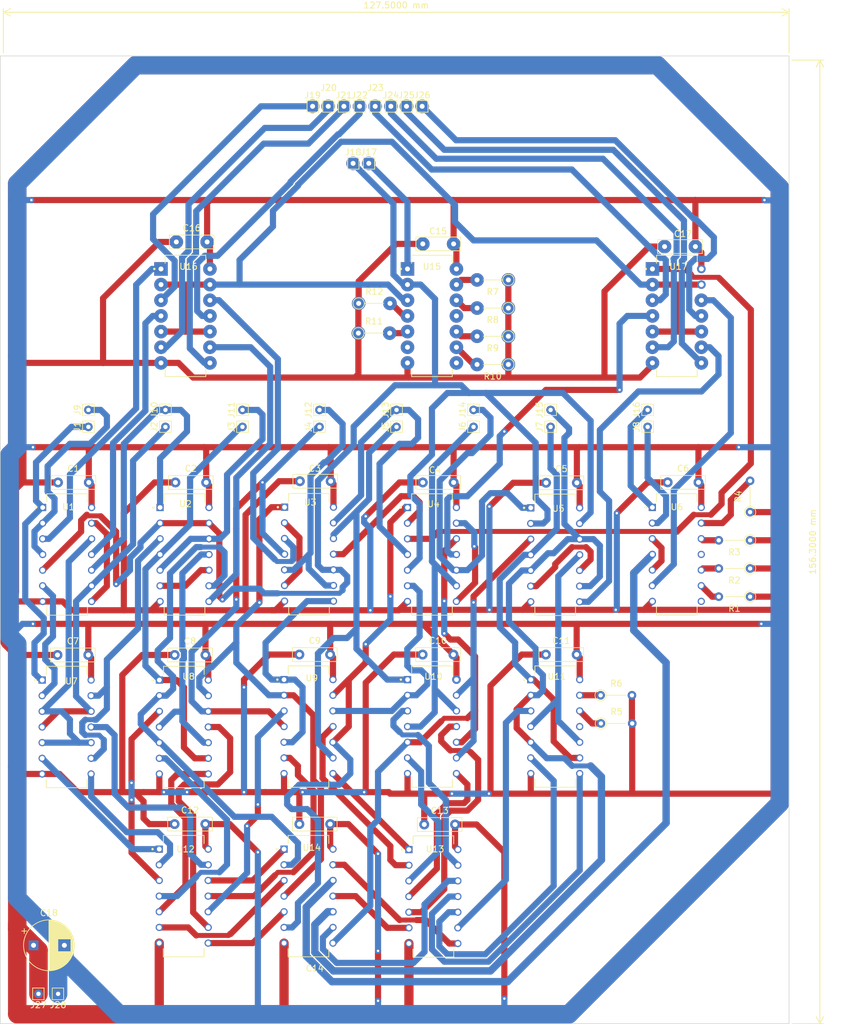
<source format=kicad_pcb>
(kicad_pcb (version 20211014) (generator pcbnew)
  (layers (0 "F.Cu" signal) (31 "B.Cu" signal) (34 "B.Paste" user) (35 "F.Paste" user) (36 "B.SilkS" user "B.Silkscreen") (37 "F.SilkS" user "F.Silkscreen") (38 "B.Mask" user) (39 "F.Mask" user) (44 "Edge.Cuts" user))
  (net 0 "")
  (net 1 "GND")
  (net 2 "+5V")
  (net 3 "Net-(J1-Pad1)")
  (net 4 "Net-(J2-Pad1)")
  (net 5 "Net-(J3-Pad1)")
  (net 6 "Net-(J4-Pad1)")
  (net 7 "Net-(J5-Pad1)")
  (net 8 "Net-(J6-Pad1)")
  (net 9 "Net-(J7-Pad1)")
  (net 10 "Net-(J8-Pad1)")
  (net 11 "Net-(J9-Pad1)")
  (net 12 "Net-(J10-Pad1)")
  (net 13 "Net-(J11-Pad1)")
  (net 14 "Net-(J12-Pad1)")
  (net 15 "Net-(J13-Pad1)")
  (net 16 "Net-(J14-Pad1)")
  (net 17 "Net-(J15-Pad1)")
  (net 18 "Net-(J16-Pad1)")
  (net 19 "Net-(J17-Pad1)")
  (net 20 "Net-(J18-Pad1)")
  (net 21 "Net-(J19-Pad1)")
  (net 22 "Net-(J20-Pad1)")
  (net 23 "Net-(J21-Pad1)")
  (net 24 "Net-(J22-Pad1)")
  (net 25 "Net-(J23-Pad1)")
  (net 26 "Net-(J24-Pad1)")
  (net 27 "Net-(J25-Pad1)")
  (net 28 "Net-(J26-Pad1)")
  (net 29 "Net-(R1-Pad2)")
  (net 30 "Net-(R2-Pad2)")
  (net 31 "Net-(R3-Pad2)")
  (net 32 "Net-(R4-Pad2)")
  (net 33 "Net-(R5-Pad1)")
  (net 34 "Net-(R6-Pad1)")
  (net 35 "Net-(R7-Pad2)")
  (net 36 "Net-(R8-Pad2)")
  (net 37 "Net-(R9-Pad2)")
  (net 38 "Net-(R10-Pad2)")
  (net 39 "Net-(R11-Pad2)")
  (net 40 "Net-(R12-Pad2)")
  (net 41 "Net-(U1-Pad3)")
  (net 42 "Net-(U1-Pad6)")
  (net 43 "Net-(U1-Pad13)")
  (net 44 "Net-(U1-Pad11)")
  (net 45 "Net-(U1-Pad12)")
  (net 46 "Net-(U2-Pad3)")
  (net 47 "Net-(U2-Pad10)")
  (net 48 "Net-(U16-Pad9)")
  (net 49 "Net-(U14-Pad2)")
  (net 50 "Net-(U2-Pad11)")
  (net 51 "Net-(U14-Pad4)")
  (net 52 "Net-(U3-Pad2)")
  (net 53 "Net-(U16-Pad12)")
  (net 54 "Net-(U3-Pad8)")
  (net 55 "Net-(U3-Pad11)")
  (net 56 "Net-(U14-Pad6)")
  (net 57 "Net-(U17-Pad1)")
  (net 58 "Net-(U10-Pad2)")
  (net 59 "Net-(U4-Pad13)")
  (net 60 "Net-(U17-Pad4)")
  (net 61 "Net-(U10-Pad10)")
  (net 62 "Net-(U10-Pad13)")
  (net 63 "Net-(U5-Pad10)")
  (net 64 "Net-(U17-Pad9)")
  (net 65 "Net-(U11-Pad10)")
  (net 66 "Net-(U6-Pad3)")
  (net 67 "Net-(U14-Pad12)")
  (net 68 "Net-(U17-Pad12)")
  (net 71 "Net-(U12-Pad1)")
  (net 72 "Net-(U12-Pad2)")
  (net 73 "Net-(U12-Pad13)")
  (net 74 "Net-(U12-Pad3)")
  (net 75 "Net-(U12-Pad4)")
  (net 76 "Net-(U12-Pad5)")
  (net 77 "Net-(U12-Pad9)")
  (net 78 "Net-(U12-Pad10)")
  (net 79 "Net-(U12-Pad11)")
  (net 80 "Net-(U13-Pad1)")
  (net 81 "Net-(U13-Pad2)")
  (net 82 "Net-(U10-Pad3)")
  (net 83 "Net-(U10-Pad6)")
  (net 84 "Net-(U10-Pad8)")
  (net 85 "Net-(U10-Pad11)")
  (net 86 "Net-(U11-Pad3)")
  (net 87 "Net-(U11-Pad6)")
  (net 88 "Net-(U11-Pad8)")
  (net 90 "Net-(U12-Pad6)")
  (net 91 "Net-(U12-Pad8)")
  (net 92 "Net-(U12-Pad12)")
  (net 93 "Net-(U13-Pad6)")
  (net 94 "Net-(U13-Pad8)")
  (net 95 "Net-(U13-Pad12)")
  (net 96 "Net-(U15-Pad3)")
  (footprint "Capacitor_THT:C_Rect_L7.0mm_W2.0mm_P5.00mm" (layer "F.Cu") (at 124.784 121.934)
    (fp_text reference "C11")
    (fp_text value "C")
  )
  (footprint "Connector_Pin:Pin_D0.7mm_L6.5mm_W1.8mm_FlatFork" (layer "F.Cu") (at 75.55 85 -90)
    (fp_text reference "J3")
    (fp_text value "A3")
  )
  (footprint "Connector_Pin:Pin_D0.7mm_L6.5mm_W1.8mm_FlatFork" (layer "F.Cu") (at 125.55 82.25 -90)
    (fp_text reference "J15")
    (fp_text value "B7")
  )
  (footprint "Capacitor_THT:C_Rect_L7.0mm_W2.0mm_P5.00mm" (layer "F.Cu") (at 104.816 55.316)
    (fp_text reference "C15")
    (fp_text value "C")
  )
  (footprint "Resistor_THT:R_Axial_DIN0204_L3.6mm_D1.6mm_P5.08mm_Vertical" (layer "F.Cu") (at 133.72 133.11)
    (fp_text reference "R5")
    (fp_text value "R")
  )
  (footprint "footprints:DIP794W45P254L1969H508Q14" (layer "F.Cu") (at 47.1 105.7)
    (fp_text reference "U1")
    (fp_text value "SN74HC86N")
  )
  (footprint "Connector_Pin:Pin_D0.7mm_L6.5mm_W1.8mm_FlatFork" (layer "F.Cu") (at 102.17 33 180)
    (fp_text reference "J25")
    (fp_text value "O7")
  )
  (footprint "Capacitor_THT:C_Rect_L7.0mm_W2.0mm_P5.00mm" (layer "F.Cu") (at 64.534 149.434)
    (fp_text reference "C12")
    (fp_text value "C")
  )
  (footprint "footprints:DIP794W45P254L1969H508Q14" (layer "F.Cu") (at 86.35 105.65)
    (fp_text reference "U3")
    (fp_text value "SN74HC86N")
  )
  (footprint "Connector_Pin:Pin_D0.7mm_L6.5mm_W1.8mm_FlatFork" (layer "F.Cu") (at 125.55 85 -90)
    (fp_text reference "J7")
    (fp_text value "A7")
  )
  (footprint "Capacitor_THT:C_Rect_L7.0mm_W2.0mm_P5.00mm" (layer "F.Cu") (at 144.05 55.75)
    (fp_text reference "C17")
    (fp_text value "C")
  )
  (footprint "footprints:DIP794W45P254L1969H508Q14" (layer "F.Cu") (at 146.05 67)
    (fp_text reference "U17")
    (fp_text value "SN74HC08N")
  )
  (footprint "Connector_Pin:Pin_D0.7mm_L6.5mm_W1.8mm_FlatFork" (layer "F.Cu") (at 104.71 33 180)
    (fp_text reference "J26")
    (fp_text value "O8")
  )
  (footprint "Connector_Pin:Pin_D0.7mm_L6.5mm_W1.8mm_FlatFork" (layer "F.Cu") (at 113.05 85 -90)
    (fp_text reference "J6")
    (fp_text value "A6")
  )
  (footprint "Connector_Pin:Pin_D0.7mm_L6.5mm_W1.8mm_FlatFork" (layer "F.Cu") (at 63.05 82.25 -90)
    (fp_text reference "J10")
    (fp_text value "B2")
  )
  (footprint "footprints:DIP794W45P254L1969H508Q14" (layer "F.Cu") (at 126.308 133.618)
    (fp_text reference "U11")
    (fp_text value "SN74HC08N")
  )
  (footprint "Connector_Pin:Pin_D0.7mm_L6.5mm_W1.8mm_FlatFork" (layer "F.Cu") (at 93.51 42.25 180)
    (fp_text reference "J18")
    (fp_text value "DIFF")
  )
  (footprint "Connector_Pin:Pin_D0.7mm_L6.5mm_W1.8mm_FlatFork" (layer "F.Cu") (at 97.09 33 180)
    (fp_text reference "J23")
    (fp_text value "O5")
  )
  (footprint "Capacitor_THT:C_Rect_L7.0mm_W2.0mm_P5.00mm" (layer "F.Cu") (at 105.05 149.5)
    (fp_text reference "C13")
    (fp_text value "C")
  )
  (footprint "Resistor_THT:R_Axial_DIN0204_L3.6mm_D1.6mm_P5.08mm_Vertical" (layer "F.Cu") (at 157.926 98.826 90)
    (fp_text reference "R4")
    (fp_text value "R")
  )
  (footprint "Resistor_THT:R_Axial_DIN0204_L3.6mm_D1.6mm_P5.08mm_Vertical" (layer "F.Cu") (at 157.926 112.542 180)
    (fp_text reference "R1")
    (fp_text value "R")
  )
  (footprint "Connector_Pin:Pin_D0.7mm_L6.5mm_W1.8mm_FlatFork" (layer "F.Cu") (at 88.05 85 -90)
    (fp_text reference "J4")
    (fp_text value "A4")
  )
  (footprint "Resistor_THT:R_Axial_DIN0204_L3.6mm_D1.6mm_P5.08mm_Vertical" (layer "F.Cu") (at 157.926 107.97 180)
    (fp_text reference "R2")
    (fp_text value "R")
  )
  (footprint "footprints:DIP794W45P254L1969H508Q14" (layer "F.Cu") (at 146.034 105.684)
    (fp_text reference "U6")
    (fp_text value "SN74HC86N")
  )
  (footprint "footprints:DIP794W45P254L1969H508Q14" (layer "F.Cu") (at 126.3 105.75)
    (fp_text reference "U5")
    (fp_text value "SN74HC86N")
  )
  (footprint "Resistor_THT:R_Axial_DIN0204_L3.6mm_D1.6mm_P5.08mm_Vertical" (layer "F.Cu") (at 157.926 103.398 180)
    (fp_text reference "R3")
    (fp_text value "R")
  )
  (footprint "footprints:DIP794W45P254L1969H508Q14" (layer "F.Cu") (at 106.534 161.184)
    (fp_text reference "U13")
    (fp_text value "SN74HC27N")
  )
  (footprint "Connector_Pin:Pin_D0.7mm_L6.5mm_W1.8mm_FlatFork" (layer "F.Cu") (at 89.47 33 180)
    (fp_text reference "J20")
    (fp_text value "O2")
  )
  (footprint "Connector_Pin:Pin_D0.7mm_L6.5mm_W1.8mm_FlatFork" (layer "F.Cu") (at 94.55 33 180)
    (fp_text reference "J22")
    (fp_text value "O4")
  )
  (footprint "Connector_Pin:Pin_D0.7mm_L6.5mm_W1.8mm_FlatFork" (layer "F.Cu") (at 100.55 85 -90)
    (fp_text reference "J5")
    (fp_text value "A5")
  )
  (footprint "Connector_Pin:Pin_D0.7mm_L6.5mm_W1.8mm_FlatFork" (layer "F.Cu") (at 100.55 82.25 -90)
    (fp_text reference "J13")
    (fp_text value "B5")
  )
  (footprint "Resistor_THT:R_Axial_DIN0204_L3.6mm_D1.6mm_P5.08mm_Vertical" (layer "F.Cu") (at 118.7 70.302 180)
    (fp_text reference "R9")
    (fp_text value "R")
  )
  (footprint "Resistor_THT:R_Axial_DIN0204_L3.6mm_D1.6mm_P5.08mm_Vertical" (layer "F.Cu") (at 118.7 65.73 180)
    (fp_text reference "R8")
    (fp_text value "R")
  )
  (footprint "footprints:DIP794W45P254L1969H508Q14" (layer "F.Cu") (at 106.3 105.7)
    (fp_text reference "U4")
    (fp_text value "SN74HC86N")
  )
  (footprint "Connector_Pin:Pin_D0.7mm_L6.5mm_W1.8mm_FlatFork" (layer "F.Cu") (at 42.45 176.974)
    (fp_text reference "J27")
    (fp_text value "1")
  )
  (footprint "Capacitor_THT:C_Rect_L7.0mm_W2.0mm_P5.00mm" (layer "F.Cu") (at 45.616 94.016)
    (fp_text reference "C1")
    (fp_text value "C")
  )
  (footprint "Resistor_THT:R_Axial_DIN0204_L3.6mm_D1.6mm_P5.08mm_Vertical" (layer "F.Cu") (at 94.362 69.794)
    (fp_text reference "R11")
    (fp_text value "R")
  )
  (footprint "footprints:DIP794W45P254L1969H508Q14" (layer "F.Cu") (at 66.15 105.7)
    (fp_text reference "U2")
    (fp_text value "SN74HC86N")
  )
  (footprint "Connector_Pin:Pin_D0.7mm_L6.5mm_W1.8mm_FlatFork" (layer "F.Cu") (at 88.05 82.25 -90)
    (fp_text reference "J12")
    (fp_text value "B4")
  )
  (footprint "Capacitor_THT:C_Rect_L7.0mm_W2.0mm_P5.00mm" (layer "F.Cu") (at 104.816 94.016)
    (fp_text reference "C4")
    (fp_text value "C")
  )
  (footprint "Resistor_THT:R_Axial_DIN0204_L3.6mm_D1.6mm_P5.08mm_Vertical" (layer "F.Cu") (at 133.674 128.538)
    (fp_text reference "R6")
    (fp_text value "R")
  )
  (footprint "Connector_Pin:Pin_D0.7mm_L6.5mm_W1.8mm_FlatFork" (layer "F.Cu") (at 141.3 85 -90)
    (fp_text reference "J8")
    (fp_text value "A8")
  )
  (footprint "Capacitor_THT:C_Rect_L7.0mm_W2.0mm_P5.00mm" (layer "F.Cu") (at 64.816 55)
    (fp_text reference "C16")
    (fp_text value "C")
  )
  (footprint "Connector_Pin:Pin_D0.7mm_L6.5mm_W1.8mm_FlatFork" (layer "F.Cu") (at 99.63 33 180)
    (fp_text reference "J24")
    (fp_text value "O6")
  )
  (footprint "Connector_Pin:Pin_D0.7mm_L6.5mm_W1.8mm_FlatFork" (layer "F.Cu") (at 75.55 82.25 -90)
    (fp_text reference "J11")
    (fp_text value "B3")
  )
  (footprint "Capacitor_THT:C_Rect_L7.0mm_W2.0mm_P5.00mm" (layer "F.Cu") (at 64.666 94.016)
    (fp_text reference "C2")
    (fp_text value "C")
  )
  (footprint "Resistor_THT:R_Axial_DIN0204_L3.6mm_D1.6mm_P5.08mm_Vertical" (layer "F.Cu") (at 118.7 61.158 180)
    (fp_text reference "R7")
    (fp_text value "R")
  )
  (footprint "footprints:DIP794W45P254L1969H508Q14" (layer "F.Cu") (at 66.3 67)
    (fp_text reference "U16")
    (fp_text value "SN74HC08N")
  )
  (footprint "Capacitor_THT:C_Rect_L7.0mm_W2.0mm_P5.00mm" (layer "F.Cu") (at 84.866 93.816)
    (fp_text reference "C3")
    (fp_text value "C")
  )
  (footprint "Connector_Pin:Pin_D0.7mm_L6.5mm_W1.8mm_FlatFork" (layer "F.Cu") (at 86.93 33 180)
    (fp_text reference "J19")
    (fp_text value "O1")
  )
  (footprint "footprints:DIP794W45P254L1969H508Q14" (layer "F.Cu") (at 86.268 161.118)
    (fp_text reference "U14")
    (fp_text value "SN74HC05N")
  )
  (footprint "Connector_Pin:Pin_D0.7mm_L6.5mm_W1.8mm_FlatFork" (layer "F.Cu") (at 45.634888 176.974)
    (fp_text reference "J28")
    (fp_text value "1")
  )
  (footprint "Connector_Pin:Pin_D0.7mm_L6.5mm_W1.8mm_FlatFork" (layer "F.Cu") (at 141.3 82.25 -90)
    (fp_text reference "J16")
    (fp_text value "B8")
  )
  (footprint "footprints:DIP794W45P254L1969H508Q14" (layer "F.Cu") (at 106.308 133.618)
    (fp_text reference "U10")
    (fp_text value "SN74HC08N")
  )
  (footprint "Connector_Pin:Pin_D0.7mm_L6.5mm_W1.8mm_FlatFork" (layer "F.Cu") (at 96.05 42.25 180)
    (fp_text reference "J17")
    (fp_text value "SUM")
  )
  (footprint "Capacitor_THT:C_Rect_L7.0mm_W2.0mm_P5.00mm" (layer "F.Cu") (at 45.534 122)
    (fp_text reference "C7")
    (fp_text value "C")
  )
  (footprint "Connector_Pin:Pin_D0.7mm_L6.5mm_W1.8mm_FlatFork" (layer "F.Cu") (at 63.05 85 -90)
    (fp_text reference "J2")
    (fp_text value "A2")
  )
  (footprint "footprints:DIP794W45P254L1969H508Q14" (layer "F.Cu") (at 106.3 67)
    (fp_text reference "U15")
    (fp_text value "SN74HC32N")
  )
  (footprint "footprints:DIP794W45P254L1969H508Q14" (layer "F.Cu") (at 47.018 133.684)
    (fp_text reference "U7")
    (fp_text value "SN74HC08N")
  )
  (footprint "footprints:DIP794W45P254L1969H508Q14" (layer "F.Cu") (at 66.018 161.118)
    (fp_text reference "U12")
    (fp_text value "SN74HC27N")
  )
  (footprint "Capacitor_THT:C_Rect_L7.0mm_W2.0mm_P5.00mm" (layer "F.Cu") (at 144.55 94)
    (fp_text reference "C6")
    (fp_text value "C")
  )
  (footprint "Capacitor_THT:C_Rect_L7.0mm_W2.0mm_P5.00mm" (layer "F.Cu") (at 64.55 122)
    (fp_text reference "C8")
    (fp_text value "C")
  )
  (footprint "Connector_Pin:Pin_D0.7mm_L6.5mm_W1.8mm_FlatFork" (layer "F.Cu") (at 50.55 82.25 -90)
    (fp_text reference "J9")
    (fp_text value "B1")
  )
  (footprint "Connector_Pin:Pin_D0.7mm_L6.5mm_W1.8mm_FlatFork" (layer "F.Cu") (at 92.01 33 180)
    (fp_text reference "J21")
    (fp_text value "O3")
  )
  (footprint "Capacitor_THT:C_Rect_L7.0mm_W2.0mm_P5.00mm" (layer "F.Cu") (at 84.784 149.434)
    (fp_text reference "C14")
    (fp_text value "C")
  )
  (footprint "Capacitor_THT:C_Rect_L7.0mm_W2.0mm_P5.00mm" (layer "F.Cu") (at 84.784 121.934)
    (fp_text reference "C9")
    (fp_text value "C")
  )
  (footprint "Capacitor_THT:CP_Radial_D8.0mm_P5.00mm" (layer "F.Cu") (at 41.647349 169.1)
    (fp_text reference "C18")
    (fp_text value "C")
  )
  (footprint "Resistor_THT:R_Axial_DIN0204_L3.6mm_D1.6mm_P5.08mm_Vertical" (layer "F.Cu") (at 118.7 74.874 180)
    (fp_text reference "R10")
    (fp_text value "R")
  )
  (footprint "Capacitor_THT:C_Rect_L7.0mm_W2.0mm_P5.00mm" (layer "F.Cu") (at 124.816 94.066)
    (fp_text reference "C5")
    (fp_text value "C")
  )
  (footprint "Capacitor_THT:C_Rect_L7.0mm_W2.0mm_P5.00mm" (layer "F.Cu") (at 104.784 121.934)
    (fp_text reference "C10")
    (fp_text value "C")
  )
  (footprint "Connector_Pin:Pin_D0.7mm_L6.5mm_W1.8mm_FlatFork" (layer "F.Cu") (at 50.55 85 -90)
    (fp_text reference "J1")
    (fp_text value "A1")
  )
  (footprint "Connector_Pin:Pin_D0.7mm_L6.5mm_W1.8mm_FlatFork" (layer "F.Cu") (at 113.05 82.25 -90)
    (fp_text reference "J14")
    (fp_text value "B6")
  )
  (footprint "footprints:DIP794W45P254L1969H508Q14" (layer "F.Cu") (at 66.034 133.684)
    (fp_text reference "U8")
    (fp_text value "SN74HC08N")
  )
  (footprint "Resistor_THT:R_Axial_DIN0204_L3.6mm_D1.6mm_P5.08mm_Vertical" (layer "F.Cu") (at 94.408 64.968)
    (fp_text reference "R12")
    (fp_text value "R")
  )
  (footprint "footprints:DIP794W45P254L1969H508Q14" (layer "F.Cu") (at 86.268 133.618)
    (fp_text reference "U9")
    (fp_text value "SN74HC08N")
  )
  (gr_rect (start 36.254 24.828) (end 164.25 181.8) (layer "Edge.Cuts") (width 0.1) (fill none))
  (dimension (type aligned) (layer "F.SilkS") (pts (xy 36.75 24.828) (xy 164.25 24.828)) (height -7.078) (gr_text "127.5000 mm" (at 100.5 16.6) (layer "F.SilkS") (effects (font (size 1 1) (thickness 0.15)))) (format (units 3) (units_format 1) (precision 4)) (style (thickness 0.15) (arrow_length 1.27) (text_position_mode 0) (extension_height 0.58642) (extension_offset 0.5) keep_text_aligned))
  (dimension (type aligned) (layer "F.SilkS") (pts (xy 164.25 25.5) (xy 164.25 181.8)) (height -5) (gr_text "156.3000 mm" (at 168.1 103.65 90) (layer "F.SilkS") (effects (font (size 1 1) (thickness 0.15)))) (format (units 3) (units_format 1) (precision 4)) (style (thickness 0.15) (arrow_length 1.27) (text_position_mode 0) (extension_height 0.58642) (extension_offset 0.5) keep_text_aligned))
  (segment (start 43.13 113.32) (end 46.37 113.32) (width 1) (layer "F.Cu") (net 1))
  (segment (start 118.7 74.874) (end 118.7 76.7) (width 1) (layer "F.Cu") (net 1))
  (segment (start 56.3 114.75) (end 61.05 114.75) (width 1) (layer "F.Cu") (net 1))
  (segment (start 82.298 168.738) (end 82.298 179.748) (width 1.5) (layer "F.Cu") (net 1))
  (segment (start 122.338 144.412) (end 122.25 144.5) (width 1) (layer "F.Cu") (net 1))
  (segment (start 119 77) (end 134.3 77) (width 1) (layer "F.Cu") (net 1))
  (segment (start 59.3 122) (end 64.55 122) (width 1) (layer "F.Cu") (net 1))
  (segment (start 60.434 149.434) (end 59.5 148.5) (width 1) (layer "F.Cu") (net 1))
  (segment (start 162.225 114.675) (end 162.75 115.2) (width 1) (layer "F.Cu") (net 1))
  (segment (start 76.05 114.75) (end 76.05 99.25) (width 1) (layer "F.Cu") (net 1))
  (segment (start 157.926 103.398) (end 161.948 103.398) (width 1) (layer "F.Cu") (net 1))
  (segment (start 47.8 114.75) (end 56.3 114.75) (width 1) (layer "F.Cu") (net 1))
  (segment (start 142.878 26.328) (end 58.222 26.328) (width 3) (layer "F.Cu") (net 1))
  (segment (start 82.25 144.25) (end 84.5 144.25) (width 1) (layer "F.Cu") (net 1))
  (segment (start 105.05 144.8) (end 104.75 144.5) (width 1) (layer "F.Cu") (net 1))
  (segment (start 56.05 144.25) (end 56.05 125.25) (width 1) (layer "F.Cu") (net 1))
  (segment (start 118.7 70.302) (end 118.7 65.73) (width 1) (layer "F.Cu") (net 1))
  (segment (start 37.754 111.796) (end 37.754 114.296) (width 3) (layer "F.Cu") (net 1))
  (segment (start 161.948 103.398) (end 162.75 104.2) (width 1) (layer "F.Cu") (net 1))
  (segment (start 45.534 122) (end 40.05 122) (width 1) (layer "F.Cu") (net 1))
  (segment (start 102.33 74.62) (end 102.33 76.83) (width 1) (layer "F.Cu") (net 1))
  (segment (start 80.3 114.75) (end 80.9 114.75) (width 1) (layer "F.Cu") (net 1))
  (segment (start 39.566 94.016) (end 39.004 93.454) (width 1) (layer "F.Cu") (net 1))
  (segment (start 39.004 45.546) (end 39.004 73.454) (width 3) (layer "F.Cu") (net 1))
  (segment (start 84.784 149.434) (end 84.784 144.534) (width 1) (layer "F.Cu") (net 1))
  (segment (start 84.5 144.25) (end 85.3 144.25) (width 1) (layer "F.Cu") (net 1))
  (segment (start 162.75 46.2) (end 142.878 26.328) (width 3) (layer "F.Cu") (net 1))
  (segment (start 162.75 98.8) (end 162.75 46.2) (width 3) (layer "F.Cu") (net 1))
  (segment (start 65.17 74.62) (end 67.55 77) (width 1) (layer "F.Cu") (net 1))
  (segment (start 94.408 64.968) (end 94.408 61.392) (width 1) (layer "F.Cu") (net 1))
  (segment (start 59.55 144.25) (end 62 144.25) (width 1) (layer "F.Cu") (net 1))
  (segment (start 162.258 112.542) (end 162.75 112.05) (width 1) (layer "F.Cu") (net 1))
  (segment (start 56.05 144.25) (end 58 144.25) (width 1) (layer "F.Cu") (net 1))
  (segment (start 62.33 74.62) (end 65.17 74.62) (width 1) (layer "F.Cu") (net 1))
  (segment (start 157.926 112.542) (end 162.258 112.542) (width 1) (layer "F.Cu") (net 1))
  (segment (start 119.076 144.5) (end 122.25 144.5) (width 1) (layer "F.Cu") (net 1))
  (segment (start 128.5 180.3) (end 162.75 146.05) (width 3) (layer "F.Cu") (net 1))
  (segment (start 95.55 99.5) (end 101.034 94.016) (width 1) (layer "F.Cu") (net 1))
  (segment (start 138.8 144.3) (end 139 144.5) (width 1) (layer "F.Cu") (net 1))
  (segment (start 82.298 141.238) (end 82.298 144.202) (width 1) (layer "F.Cu") (net 1))
  (segment (start 84.784 144.534) (end 84.5 144.25) (width 1) (layer "F.Cu") (net 1))
  (segment (start 43.048 141.304) (end 40.104 141.304) (width 1) (layer "F.Cu") (net 1))
  (segment (start 80.9 114.75) (end 82.38 113.27) (width 1) (layer "F.Cu") (net 1))
  (segment (start 162.724 98.826) (end 162.75 98.8) (width 1) (layer "F.Cu") (net 1))
  (segment (start 100.116 121.934) (end 104.784 121.934) (width 1) (layer "F.Cu") (net 1))
  (segment (start 115.625 114.675) (end 121.025 114.675) (width 1) (layer "F.Cu") (net 1))
  (segment (start 162.75 146.05) (end 162.75 143.8) (width 3) (layer "F.Cu") (net 1))
  (segment (start 76.05 114.75) (end 80.3 114.75) (width 1) (layer "F.Cu") (net 1))
  (segment (start 118.7 76.7) (end 119 77) (width 1) (layer "F.Cu") (net 1))
  (segment (start 75.8 127.25) (end 75.8 126) (width 1) (layer "F.Cu") (net 1))
  (segment (start 140.693 114.675) (end 142.064 113.304) (width 1) (layer "F.Cu") (net 1))
  (segment (start 45.616 94.016) (end 39.566 94.016) (width 1) (layer "F.Cu") (net 1))
  (segment (start 61.25 180.3) (end 82.85 180.3) (width 3) (layer "F.Cu") (net 1))
  (segment (start 40.17 74.62) (end 39.004 73.454) (width 1) (layer "F.Cu") (net 1))
  (segment (start 94.408 61.392) (end 100.484 55.316) (width 1) (layer "F.Cu") (net 1))
  (segment (start 138.754 128.538) (end 138.754 133.064) (width 1) (layer "F.Cu") (net 1))
  (segment (start 157.926 98.826) (end 162.724 98.826) (width 1) (layer "F.Cu") (net 1))
  (segment (start 138.8 133.11) (end 138.8 144.3) (width 1) (layer "F.Cu") (net 1))
  (segment (start 82.298 179.748) (end 82.85 180.3) (width 0.6) (layer "F.Cu") (net 1))
  (segment (start 52.93 74.62) (end 52.93 64.12) (width 1) (layer "F.Cu") (net 1))
  (segment (start 162.75 115.2) (end 162.75 112.05) (width 3) (layer "F.Cu") (net 1))
  (segment (start 59.5 148.5) (end 59.5 145.75) (width 1) (layer "F.Cu") (net 1))
  (segment (start 94.362 76.438) (end 94.362 69.794) (width 1) (layer "F.Cu") (net 1))
  (segment (start 79.866 121.934) (end 84.784 121.934) (width 1) (layer "F.Cu") (net 1))
  (segment (start 56.05 125.25) (end 59.3 122) (width 1) (layer "F.Cu") (net 1))
  (segment (start 104.75 144.5) (end 109.55 144.5) (width 1) (layer "F.Cu") (net 1))
  (segment (start 100.05 77) (end 102.5 77) (width 1) (layer "F.Cu") (net 1))
  (segment (start 121.025 114.675) (end 122.33 113.37) (width 1) (layer "F.Cu") (net 1))
  (segment (start 102.33 76.83) (end 102.5 77) (width 1) (layer "F.Cu") (net 1))
  (segment (start 46.37 113.32) (end 47.8 114.75) (width 1) (layer "F.Cu") (net 1))
  (segment (start 136.125 114.675) (end 121.025 114.675) (width 1) (layer "F.Cu") (net 1))
  (segment (start 43.048 141.304) (end 45.854 141.304) (width 1) (layer "F.Cu") (net 1))
  (segment (start 38.73 113.32) (end 37.754 114.296) (width 1) (layer "F.Cu") (net 1))
  (segment (start 67.55 77) (end 93.8 77) (width 1) (layer "F.Cu") (net 1))
  (segment (start 37.754 114.296) (end 37.754 119.704) (width 3) (layer "F.Cu") (net 1))
  (segment (start 102.564 168.804) (end 102.564 179.736) (width 1.5) (layer "F.Cu") (net 1))
  (segment (start 95.55 144.25) (end 95.55 126.5) (width 1) (layer "F.Cu") (net 1))
  (segment (start 96.05 114.75) (end 96.3 114.75) (width 1) (layer "F.Cu") (net 1))
  (segment (start 105.05 149.5) (end 105.05 144.8) (width 1) (layer "F.Cu") (net 1))
  (segment (start 101.034 94.016) (end 104.816 94.016) (width 1) (layer "F.Cu") (net 1))
  (segment (start 39.047349 166.5) (end 42.45 169.902651) (width 3) (layer "F.Cu") (net 1))
  (segment (start 52.93 74.62) (end 40.17 74.62) (width 1) (layer "F.Cu") (net 1))
  (segment (start 95.55 126.5) (end 100.116 121.934) (width 1) (layer "F.Cu") (net 1))
  (segment (start 40.05 122) (end 39.004 120.954) (width 1) (layer "F.Cu") (net 1))
  (segment (start 61.05 114.45) (end 62.18 113.32) (width 1) (layer "F.Cu") (net 1))
  (segment (start 48.8 144.25) (end 56.05 144.25) (width 1) (layer "F.Cu") (net 1))
  (segment (start 102.338 141.238) (end 102.338 144.088) (width 1) (layer "F.Cu") (net 1))
  (segment (start 45.854 141.304) (end 48.8 144.25) (width 1) (layer "F.Cu") (net 1))
  (segment (start 61.05 114.75) (end 76.05 114.75) (width 1) (layer "F.Cu") (net 1))
  (segment (start 116.574 77) (end 119 77) (width 1) (layer "F.Cu") (net 1))
  (segment (start 62.064 141.304) (end 62.064 144.186) (width 1) (layer "F.Cu") (net 1))
  (segment (start 37.754 119.704) (end 39.004 120.954) (width 3) (layer "F.Cu") (net 1))
  (segment (start 61.284 94.016) (end 64.666 94.016) (width 1) (layer "F.Cu") (net 1))
  (segment (start 119.484 94.066) (end 124.816 94.066) (width 1) (layer "F.Cu") (net 1))
  (segment (start 39.004 120.954) (end 39.004 140.204) (width 3) (layer "F.Cu") (net 1))
  (segment (start 102.5 77) (end 116.574 77) (width 1) (layer "F.Cu") (net 1))
  (segment (start 100.975 114.675) (end 102.33 113.32) (width 1) (layer "F.Cu") (net 1))
  (segment (start 39.004 93.454) (end 37.8 94.658) (width 3) (layer "F.Cu") (net 1))
  (segment (start 81.484 93.816) (end 84.866 93.816) (width 1) (layer "F.Cu") (net 1))
  (segment (start 37.8 111.75) (end 37.754 111.796) (width 3) (layer "F.Cu") (net 1))
  (segment (start 42.45 176.974) (end 42.45 169.902651) (width 3) (layer "F.Cu") (net 1))
  (segment (start 162.75 107.8) (end 162.75 104.2) (width 3) (layer "F.Cu") (net 1))
  (segment (start 162.75 143.8) (end 162.75 115.2) (width 3) (layer "F.Cu") (net 1))
  (segment (start 39.004 166.5) (end 39.047349 166.5) (width 3) (layer "F.Cu") (net 1))
  (segment (start 141.3 94) (end 144.55 94) (width 1) (layer "F.Cu") (net 1))
  (segment (start 39.05 180.3) (end 61.25 180.3) (width 3) (layer "F.Cu") (net 1))
  (segment (start 62.33 74.62) (end 52.93 74.62) (width 1) (layer "F.Cu") (net 1))
  (segment (start 134.3 63) (end 141.55 55.75) (width 1) (layer "F.Cu") (net 1))
  (segment (start 39.004 180.254) (end 39.05 180.3) (width 3) (layer "F.Cu") (net 1))
  (segment (start 100.9 114.75) (end 100.975 114.675) (width 1) (layer "F.Cu") (net 1))
  (segment (start 62.048 179.502) (end 61.25 180.3) (width 0.6) (layer "F.Cu") (net 1))
  (segment (start 140.693 114.675) (end 162.225 114.675) (width 1) (layer "F.Cu") (net 1))
  (segment (start 120.866 121.934) (end 124.784 121.934) (width 1) (layer "F.Cu") (net 1))
  (segment (start 115.8 127) (end 120.866 121.934) (width 1) (layer "F.Cu") (net 1))
  (segment (start 122.338 141.238) (end 122.338 144.412) (width 1) (layer "F.Cu") (net 1))
  (segment (start 102.564 179.736) (end 102 180.3) (width 0.6) (layer "F.Cu") (net 1))
  (segment (start 93.8 77) (end 94.362 76.438) (width 1) (layer "F.Cu") (net 1))
  (segment (start 66.55 144.25) (end 75.8 144.25) (width 1) (layer "F.Cu") (net 1))
  (segment (start 37.8 94.658) (end 37.8 111.75) (width 3) (layer "F.Cu") (net 1))
  (segment (start 52.93 64.12) (end 62.05 55) (width 1) (layer "F.Cu") (net 1))
  (segment (start 61.05 114.75) (end 61.05 114.45) (width 1) (layer "F.Cu") (net 1))
  (segment (start 80.3 114.75) (end 96.05 114.75) (width 1) (layer "F.Cu") (net 1))
  (segment (start 115.8 144.5) (end 119.076 144.5) (width 1) (layer "F.Cu") (net 1))
  (segment (start 100.975 114.675) (end 115.625 114.675) (width 1) (layer "F.Cu") (net 1))
  (segment (start 102.75 144.5) (end 104.75 144.5) (width 1) (layer "F.Cu") (net 1))
  (segment (start 122.25 144.5) (end 135.3 144.5) (width 1) (layer "F.Cu") (net 1))
  (segment (start 64.534 149.434) (end 60.434 149.434) (width 1) (layer "F.Cu") (net 1))
  (segment (start 100.484 55.316) (end 104.816 55.316) (width 1) (layer "F.Cu") (net 1))
  (segment (start 79.286 144.25) (end 82.25 144.25) (width 1) (layer "F.Cu") (net 1))
  (segment (start 96.3 114.75) (end 100.9 114.75) (width 1) (layer "F.Cu") (net 1))
  (segment (start 139 144.5) (end 162.05 144.5) (width 1) (layer "F.Cu") (net 1))
  (segment (start 39.004 73.454) (end 39.004 93.454) (width 3) (layer "F.Cu") (net 1))
  (segment (start 62.05 55) (end 64.816 55) (width 1) (layer "F.Cu") (net 1))
  (segment (start 40.104 141.304) (end 39.004 140.204) (width 1) (layer "F.Cu") (net 1))
  (segment (start 58 144.25) (end 59.55 144.25) (width 1) (layer "F.Cu") (net 1))
  (segment (start 39.004 165.6) (end 39.004 180.254) (width 3) (layer "F.Cu") (net 1))
  (segment (start 115.55 144.5) (end 115.8 144.5) (width 1) (layer "F.Cu") (net 1))
  (segment (start 95.55 144.25) (end 99.326 144.25) (width 1) (layer "F.Cu") (net 1))
  (segment (start 141.55 55.75) (end 144.05 55.75) (width 1) (layer "F.Cu") (net 1))
  (segment (start 94.362 69.794) (end 94.362 65.014) (width 1) (layer "F.Cu") (net 1))
  (segment (start 75.8 126) (end 79.866 121.934) (width 1) (layer "F.Cu") (net 1))
  (segment (start 99.5 144.5) (end 102.75 144.5) (width 1) (layer "F.Cu") (net 1))
  (segment (start 142.08 74.97) (end 142.08 74.62) (width 1) (layer "F.Cu") (net 1))
  (segment (start 39.004 140.204) (end 39.004 166.5) (width 3) (layer "F.Cu") (net 1))
  (segment (start 43.13 113.32) (end 38.73 113.32) (width 1) (layer "F.Cu") (net 1))
  (segment (start 75.8 144.25) (end 79.286 144.25) (width 1) (layer "F.Cu") (net 1))
  (segment (start 62.064 144.186) (end 62 144.25) (width 1) (layer "F.Cu") (net 1))
  (segment (start 162.05 144.5) (end 162.75 143.8) (width 1) (layer "F.Cu") (net 1))
  (segment (start 118.7 74.874) (end 118.7 70.302) (width 1) (layer "F.Cu") (net 1))
  (segment (start 102.338 144.088) (end 102.75 144.5) (width 1) (layer "F.Cu") (net 1))
  (segment (start 56.3 114.75) (end 56.3 99) (width 1) (layer "F.Cu") (net 1))
  (segment (start 115.625 97.925) (end 119.484 94.066) (width 1) (layer "F.Cu") (net 1))
  (segment (start 95.3 144.25) (end 95.55 144.25) (width 1) (layer "F.Cu") (net 1))
  (segment (start 76.05 99.25) (end 81.484 93.816) (width 1) (layer "F.Cu") (net 1))
  (segment (start 157.926 107.97) (end 162.58 107.97) (width 1) (layer "F.Cu") (net 1))
  (segment (start 140.05 77) (end 142.08 74.97) (width 1) (layer "F.Cu") (net 1))
  (segment (start 99.25 144.25) (end 99.5 144.5) (width 1) (layer "F.Cu") (net 1))
  (segment (start 134.3 77) (end 140.05 77) (width 1) (layer "F.Cu") (net 1))
  (segment (start 118.7 65.73) (end 118.7 61.158) (width 1) (layer "F.Cu") (net 1))
  (segment (start 82.85 180.3) (end 102 180.3) (width 3) (layer "F.Cu") (net 1))
  (segment (start 82.298 144.202) (end 82.25 144.25) (width 1) (layer "F.Cu") (net 1))
  (segment (start 59.5 145.75) (end 58 144.25) (width 1) (layer "F.Cu") (net 1))
  (segment (start 115.8 144.5) (end 115.8 127) (width 1) (layer "F.Cu") (net 1))
  (segment (start 135.3 144.5) (end 139 144.5) (width 1) (layer "F.Cu") (net 1))
  (segment (start 42.45 169.902651) (end 41.647349 169.1) (width 3) (layer "F.Cu") (net 1))
  (segment (start 62.048 168.738) (end 62.048 179.502) (width 1.5) (layer "F.Cu") (net 1))
  (segment (start 102 180.3) (end 128.5 180.3) (width 3) (layer "F.Cu") (net 1))
  (segment (start 138.754 133.064) (end 138.8 133.11) (width 1) (layer "F.Cu") (net 1))
  (segment (start 56.3 99) (end 61.284 94.016) (width 1) (layer "F.Cu") (net 1))
  (segment (start 162.75 112.05) (end 162.75 107.8) (width 3) (layer "F.Cu") (net 1))
  (segment (start 94.362 65.014) (end 94.408 64.968) (width 1) (layer "F.Cu") (net 1))
  (segment (start 136.3 99) (end 141.3 94) (width 1) (layer "F.Cu") (net 1))
  (segment (start 62 144.25) (end 62.8 144.25) (width 1) (layer "F.Cu") (net 1))
  (segment (start 162.58 107.97) (end 162.75 107.8) (width 1) (layer "F.Cu") (net 1))
  (segment (start 136.125 114.675) (end 140.693 114.675) (width 1) (layer "F.Cu") (net 1))
  (segment (start 134.3 77) (end 134.3 63) (width 1) (layer "F.Cu") (net 1))
  (segment (start 93.8 77) (end 100.05 77) (width 1) (layer "F.Cu") (net 1))
  (segment (start 58.222 26.328) (end 39.004 45.546) (width 3) (layer "F.Cu") (net 1))
  (segment (start 162.75 104.2) (end 162.75 98.8) (width 3) (layer "F.Cu") (net 1))
  (via (at 75.8 127.25) (size 0.8) (drill 0.4) (layers "F.Cu" "B.Cu") (net 1))
  (via (at 62.8 144.25) (size 0.8) (drill 0.4) (layers "F.Cu" "B.Cu") (net 1))
  (via (at 96.3 114.75) (size 0.8) (drill 0.4) (layers "F.Cu" "B.Cu") (net 1))
  (via (at 136.3 99) (size 0.8) (drill 0.4) (layers "F.Cu" "B.Cu") (net 1))
  (via (at 66.55 144.25) (size 0.8) (drill 0.4) (layers "F.Cu" "B.Cu") (net 1))
  (via (at 95.55 99.5) (size 0.8) (drill 0.4) (layers "F.Cu" "B.Cu") (net 1))
  (via (at 109.55 144.5) (size 0.8) (drill 0.4) (layers "F.Cu" "B.Cu") (net 1))
  (via (at 136.125 114.675) (size 0.8) (drill 0.4) (layers "F.Cu" "B.Cu") (net 1))
  (via (at 115.625 114.675) (size 0.8) (drill 0.4) (layers "F.Cu" "B.Cu") (net 1))
  (via (at 95.3 144.25) (size 0.8) (drill 0.4) (layers "F.Cu" "B.Cu") (net 1))
  (via (at 115.55 144.5) (size 0.8) (drill 0.4) (layers "F.Cu" "B.Cu") (net 1))
  (via (at 75.8 144.25) (size 0.8) (drill 0.4) (layers "F.Cu" "B.Cu") (net 1))
  (via (at 85.3 144.25) (size 0.8) (drill 0.4) (layers "F.Cu" "B.Cu") (net 1))
  (via (at 115.625 97.925) (size 0.8) (drill 0.4) (layers "F.Cu" "B.Cu") (net 1))
  (segment (start 109.55 144.5) (end 115.55 144.5) (width 1) (layer "B.Cu") (net 1))
  (segment (start 115.625 97.925) (end 115.625 114.675) (width 1) (layer "B.Cu") (net 1))
  (segment (start 62.8 144.25) (end 66.55 144.25) (width 1) (layer "B.Cu") (net 1))
  (segment (start 95.3 100.5) (end 95.3 99.75) (width 1) (layer "B.Cu") (net 1))
  (segment (start 85.3 144.25) (end 95.3 144.25) (width 1) (layer "B.Cu") (net 1))
  (segment (start 136.125 114.675) (end 136.3 114.5) (width 1) (layer "B.Cu") (net 1))
  (segment (start 75.8 127.25) (end 75.8 144.25) (width 1) (layer "B.Cu") (net 1))
  (segment (start 96.3 101.5) (end 95.3 100.5) (width 1) (layer "B.Cu") (net 1))
  (segment (start 95.3 99.75) (end 95.55 99.5) (width 1) (layer "B.Cu") (net 1))
  (segment (start 136.3 114.5) (end 136.3 99) (width 1) (layer "B.Cu") (net 1))
  (segment (start 96.3 114.75) (end 96.3 101.5) (width 1) (layer "B.Cu") (net 1))
  (segment (start 149.546 88.296) (end 156.096 88.296) (width 1) (layer "F.Cu") (net 2))
  (segment (start 124.804 116.954) (end 129.796 116.954) (width 1) (layer "F.Cu") (net 2))
  (segment (start 150.004 98.064) (end 150.004 94.454) (width 1) (layer "F.Cu") (net 2))
  (segment (start 110.27 55.77) (end 109.816 55.316) (width 1) (layer "F.Cu") (net 2))
  (segment (start 150.02 59.38) (end 150.02 56.72) (width 1) (layer "F.Cu") (net 2))
  (segment (start 50.796 116.954) (end 63.754 116.954) (width 1) (layer "F.Cu") (net 2))
  (segment (start 89.796 116.954) (end 103.754 116.954) (width 1) (layer "F.Cu") (net 2))
  (segment (start 70.27 55.454) (end 69.816 55) (width 1) (layer "F.Cu") (net 2))
  (segment (start 109.816 88.566) (end 109.546 88.296) (width 1) (layer "F.Cu") (net 2))
  (segment (start 130.27 98.13) (end 130.27 94.52) (width 1) (layer "F.Cu") (net 2))
  (segment (start 109.704 48.204) (end 141.454 48.204) (width 1) (layer "F.Cu") (net 2))
  (segment (start 70.12 94.47) (end 69.666 94.016) (width 1) (layer "F.Cu") (net 2))
  (segment (start 69.296 88.296) (end 83.596 88.296) (width 1) (layer "F.Cu") (net 2))
  (segment (start 130.278 125.998) (end 130.278 122.428) (width 1) (layer "F.Cu") (net 2))
  (segment (start 89.784 153.044) (end 90.238 153.498) (width 1) (layer "F.Cu") (net 2))
  (segment (start 89.784 149.434) (end 92.734 149.434) (width 1) (layer "F.Cu") (net 2))
  (segment (start 143.004 88.296) (end 149.546 88.296) (width 1) (layer "F.Cu") (net 2))
  (segment (start 149.046 48.204) (end 160.254 48.204) (width 1) (layer "F.Cu") (net 2))
  (segment (start 70.296 48.204) (end 102.704 48.204) (width 1) (layer "F.Cu") (net 2))
  (segment (start 130.27 94.52) (end 129.816 94.066) (width 1) (layer "F.Cu") (net 2))
  (segment (start 69.534 149.434) (end 73.484 149.434) (width 1) (layer "F.Cu") (net 2))
  (segment (start 83.754 116.954) (end 89.796 116.954) (width 1) (layer "F.Cu") (net 2))
  (segment (start 118.05 170.75) (end 118.05 177.75) (width 1) (layer "F.Cu") (net 2))
  (segment (start 70.12 98.08) (end 70.12 94.47) (width 1) (layer "F.Cu") (net 2))
  (segment (start 41.3 48.204) (end 62.754 48.204) (width 1) (layer "F.Cu") (net 2))
  (segment (start 69.816 48.684) (end 70.296 48.204) (width 1) (layer "F.Cu") (net 2))
  (segment (start 69.816 55) (end 69.816 48.684) (width 1) (layer "F.Cu") (net 2))
  (segment (start 69.534 149.434) (end 69.534 153.044) (width 1) (layer "F.Cu") (net 2))
  (segment (start 149.05 48.208) (end 149.046 48.204) (width 1) (layer "F.Cu") (net 2))
  (segment (start 90.238 125.998) (end 90.238 122.388) (width 1) (layer "F.Cu") (net 2))
  (segment (start 63.754 116.954) (end 69.454 116.954) (width 1) (layer "F.Cu") (net 2))
  (segment (start 109.816 48.316) (end 109.704 48.204) (width 1) (layer "F.Cu") (net 2))
  (segment (start 62.754 48.204) (end 70.296 48.204) (width 1) (layer "F.Cu") (net 2))
  (segment (start 90.32 94.27) (end 89.866 93.816) (width 1) (layer "F.Cu") (net 2))
  (segment (start 70.004 126.064) (end 70.004 122.454) (width 1) (layer "F.Cu") (net 2))
  (segment (start 51.046 88.296) (end 63.254 88.296) (width 1) (layer "F.Cu") (net 2))
  (segment (start 115.55 151.5) (end 118.05 154) (width 1) (layer "F.Cu") (net 2))
  (segment (start 110.27 59.38) (end 110.27 55.77) (width 1) (layer "F.Cu") (net 2))
  (segment (start 110.278 125.998) (end 110.278 122.428) (width 1) (layer "F.Cu") (net 2))
  (segment (start 109.546 88.296) (end 123.596 88.296) (width 1) (layer "F.Cu") (net 2))
  (segment (start 110.27 98.08) (end 110.27 94.47) (width 1) (layer "F.Cu") (net 2))
  (segment (start 130.278 122.428) (end 129.784 121.934) (width 1) (layer "F.Cu") (net 2))
  (segment (start 123.596 88.296) (end 130.204 88.296) (width 1) (layer "F.Cu") (net 2))
  (segment (start 69.55 122) (end 69.55 117.05) (width 1) (layer "F.Cu") (net 2))
  (segment (start 129.816 94.066) (end 129.816 88.684) (width 1) (layer "F.Cu") (net 2))
  (segment (start 70.004 122.454) (end 69.55 122) (width 1) (layer "F.Cu") (net 2))
  (segment (start 51.07 94.47) (end 50.616 94.016) (width 1) (layer "F.Cu") (net 2))
  (segment (start 110.05 149.5) (end 113.55 149.5) (width 1) (layer "F.Cu") (net 2))
  (segment (start 70.27 59.38) (end 70.27 55.454) (width 1) (layer "F.Cu") (net 2))
  (segment (start 150.004 94.454) (end 149.55 94) (width 1) (layer "F.Cu") (net 2))
  (segment (start 41.55 116.954) (end 44.596 116.954) (width 1) (layer "F.Cu") (net 2))
  (segment (start 110.05 149.5) (end 110.05 153.11) (width 1) (layer "F.Cu") (net 2))
  (segment (start 102.704 48.204) (end 109.704 48.204) (width 1) (layer "F.Cu") (net 2))
  (segment (start 103.596 88.296) (end 109.546 88.296) (width 1) (layer "F.Cu") (net 2))
  (segment (start 89.784 116.966) (end 89.796 116.954) (width 1) (layer "F.Cu") (net 2))
  (segment (start 97.55 170) (end 97.55 178.1) (width 1) (layer "F.Cu") (net 2))
  (segment (start 129.816 88.684) (end 130.204 88.296) (width 1) (layer "F.Cu") (net 2))
  (segment (start 50.988 126.064) (end 50.988 122.454) (width 1) (layer "F.Cu") (net 2))
  (segment (start 89.866 88.616) (end 89.546 88.296) (width 1) (layer "F.Cu") (net 2))
  (segment (start 50.988 122.454) (end 50.534 122) (width 1) (layer "F.Cu") (net 2))
  (segment (start 129.784 121.934) (end 129.784 116.966) (width 1) (layer "F.Cu") (net 2))
  (segment (start 44.504 88.296) (end 51.046 88.296) (width 1) (layer "F.Cu") (net 2))
  (segment (start 83.596 88.296) (end 89.546 88.296) (width 1) (layer "F.Cu") (net 2))
  (segment (start 51.07 98.08) (end 51.07 94.47) (width 1) (layer "F.Cu") (net 2))
  (segment (start 92.734 149.434) (end 97.3 154) (width 1) (layer "F.Cu") (net 2))
  (segment (start 89.784 121.934) (end 89.784 116.966) (width 1) (layer "F.Cu") (net 2))
  (segment (start 141.454 48.204) (end 149.046 48.204) (width 1) (layer "F.Cu") (net 2))
  (segment (start 110.05 153.11) (end 110.504 153.564) (width 1) (layer "F.Cu") (net 2))
  (segment (start 90.32 98.03) (end 90.32 94.27) (width 1) (layer "F.Cu") (net 2))
  (segment (start 149.55 94) (end 149.55 88.3) (width 1) (layer "F.Cu") (net 2))
  (segment (start 63.254 88.296) (end 69.296 88.296) (width 1) (layer "F.Cu") (net 2))
  (segment (start 110.27 94.47) (end 109.816 94.016) (width 1) (layer "F.Cu") (net 2))
  (segment (start 50.534 117.216) (end 50.796 116.954) (width 1) (layer "F.Cu") (net 2))
  (segment (start 69.666 94.016) (end 69.666 88.666) (width 1) (layer "F.Cu") (net 2))
  (segment (start 69.666 88.666) (end 69.296 88.296) (width 1) (layer "F.Cu") (net 2))
  (segment (start 103.754 116.954) (end 124.804 116.954) (width 1) (layer "F.Cu") (net 2))
  (segment (start 113.55 149.5) (end 115.55 151.5) (width 1) (layer "F.Cu") (net 2))
  (segment (start 50.534 122) (end 50.534 117.216) (width 1) (layer "F.Cu") (net 2))
  (segment (start 118.05 154) (end 118.05 170.75) (width 1) (layer "F.Cu") (net 2))
  (segment (start 90.238 122.388) (end 89.784 121.934) (width 1) (layer "F.Cu") (net 2))
  (segment (start 89.866 93.816) (end 89.866 88.616) (width 1) (layer "F.Cu") (net 2))
  (segment (start 110.278 122.428) (end 109.784 121.934) (width 1) (layer "F.Cu") (net 2))
  (segment (start 73.484 149.434) (end 78.05 154) (width 1) (layer "F.Cu") (net 2))
  (segment (start 89.546 88.296) (end 103.596 88.296) (width 1) (layer "F.Cu") (net 2))
  (segment (start 97.3 154) (end 97.55 154.25) (width 1) (layer "F.Cu") (net 2))
  (segment (start 69.534 153.044) (end 69.988 153.498) (width 1) (layer "F.Cu") (net 2))
  (segment (start 129.784 116.966) (end 129.796 116.954) (width 1) (layer "F.Cu") (net 2))
  (segment (start 109.816 94.016) (end 109.816 88.566) (width 1) (layer "F.Cu") (net 2))
  (segment (start 130.204 88.296) (end 143.004 88.296) (width 1) (layer "F.Cu") (net 2))
  (segment (start 150.02 56.72) (end 149.05 55.75) (width 1) (layer "F.Cu") (net 2))
  (segment (start 41.55 88.296) (end 44.504 88.296) (width 1) (layer "F.Cu") (net 2))
  (segment (start 89.784 149.434) (end 89.784 153.044) (width 1) (layer "F.Cu") (net 2))
  (segment (start 129.796 116.954) (end 159.754 116.954) (width 1) (layer "F.Cu") (net 2))
  (segment (start 109.816 55.316) (end 109.816 48.316) (width 1) (layer "F.Cu") (net 2))
  (segment (start 104.804 116.954) (end 103.754 116.954) (width 1) (layer "F.Cu") (net 2))
  (segment (start 69.55 117.05) (end 69.454 116.954) (width 1) (layer "F.Cu") (net 2))
  (segment (start 50.616 94.016) (end 50.616 88.726) (width 1) (layer "F.Cu") (net 2))
  (segment (start 109.784 121.934) (end 104.804 116.954) (width 1) (layer "F.Cu") (net 2))
  (segment (start 69.454 116.954) (end 83.754 116.954) (width 1) (layer "F.Cu") (net 2))
  (segment (start 50.616 88.726) (end 51.046 88.296) (width 1) (layer "F.Cu") (net 2))
  (segment (start 149.55 88.3) (end 149.546 88.296) (width 1) (layer "F.Cu") (net 2))
  (segment (start 44.596 116.954) (end 50.796 116.954) (width 1) (layer "F.Cu") (net 2))
  (segment (start 149.05 55.75) (end 149.05 48.208) (width 1) (layer "F.Cu") (net 2))
  (via (at 41.55 116.954) (size 0.8) (drill 0.4) (layers "F.Cu" "B.Cu") (net 2))
  (via (at 160.254 48.204) (size 0.8) (drill 0.4) (layers "F.Cu" "B.Cu") (net 2))
  (via (at 41.3 48.204) (size 0.8) (drill 0.4) (layers "F.Cu" "B.Cu") (net 2))
  (via (at 97.55 178.1) (size 0.8) (drill 0.4) (layers "F.Cu" "B.Cu") (net 2))
  (via (at 97.55 154.25) (size 0.8) (drill 0.4) (layers "F.Cu" "B.Cu") (net 2))
  (via (at 78.05 154) (size 0.8) (drill 0.4) (layers "F.Cu" "B.Cu") (net 2))
  (via (at 118.05 177.75) (size 0.8) (drill 0.4) (layers "F.Cu" "B.Cu") (net 2))
  (via (at 41.55 88.296) (size 0.8) (drill 0.4) (layers "F.Cu" "B.Cu") (net 2))
  (via (at 159.754 116.954) (size 0.8) (drill 0.4) (layers "F.Cu" "B.Cu") (net 2))
  (via (at 97.55 170) (size 0.8) (drill 0.4) (layers "F.Cu" "B.Cu") (net 2))
  (via (at 156.096 88.296) (size 0.8) (drill 0.4) (layers "F.Cu" "B.Cu") (net 2))
  (segment (start 78.05 179.75) (end 78.05 154) (width 1) (layer "B.Cu") (net 2))
  (segment (start 46.647349 171.397349) (end 46.647349 169.1) (width 3) (layer "B.Cu") (net 2))
  (segment (start 37.754 118.954) (end 37.754 89.546) (width 3) (layer "B.Cu") (net 2))
  (segment (start 58.222 26.328) (end 142.878 26.328) (width 3) (layer "B.Cu") (net 2))
  (segment (start 45.634888 170.112461) (end 46.647349 169.1) (width 3) (layer "B.Cu") (net 2))
  (segment (start 77.5 180.3) (end 55.55 180.3) (width 3) (layer "B.Cu") (net 2))
  (segment (start 160.254 48.204) (end 160.3 48.25) (width 1) (layer "B.Cu") (net 2))
  (segment (start 161.596 88.296) (end 162.75 89.45) (width 1) (layer "B.Cu") (net 2))
  (segment (start 41.55 88.296) (end 39.004 88.296) (width 1) (layer "B.Cu") (net 2))
  (segment (start 97.55 170) (end 97.55 154.25) (width 1) (layer "B.Cu") (net 2))
  (segment (start 160.3 48.25) (end 161.3 48.25) (width 1) (layer "B.Cu") (net 2))
  (segment (start 118.05 179.75) (end 117.5 180.3) (width 1) (layer "B.Cu") (net 2))
  (segment (start 162.75 116.3) (end 162.75 146.05) (width 3) (layer "B.Cu") (net 2))
  (segment (start 162.75 89.45) (end 162.75 116.3) (width 3) (layer "B.Cu") (net 2))
  (segment (start 41.3 48.204) (end 39.004 48.204) (width 1) (layer "B.Cu") (net 2))
  (segment (start 37.8 119) (end 39.004 120.204) (width 3) (layer "B.Cu") (net 2))
  (segment (start 39.004 88.296) (end 39.004 48.204) (width 3) (layer "B.Cu") (net 2))
  (segment (start 39.004 45.546) (end 58.222 26.328) (width 3) (layer "B.Cu") (net 2))
  (segment (start 97.55 179.5) (end 96.75 180.3) (width 1) (layer "B.Cu") (net 2))
  (segment (start 39.004 161.456651) (end 46.647349 169.1) (width 3) (layer "B.Cu") (net 2))
  (segment (start 97.55 178.1) (end 97.55 179.5) (width 1) (layer "B.Cu") (net 2))
  (segment (start 162.75 146.05) (end 128.5 180.3) (width 3) (layer "B.Cu") (net 2))
  (segment (start 162.096 116.954) (end 162.75 116.3) (width 1) (layer "B.Cu") (net 2))
  (segment (start 77.5 180.3) (end 78.05 179.75) (width 1) (layer "B.Cu") (net 2))
  (segment (start 128.5 180.3) (end 117.5 180.3) (width 3) (layer "B.Cu") (net 2))
  (segment (start 118.05 177.75) (end 118.05 179.75) (width 1) (layer "B.Cu") (net 2))
  (segment (start 39.004 120.204) (end 39.004 161.456651) (width 3) (layer "B.Cu") (net 2))
  (segment (start 37.8 119) (end 37.754 118.954) (width 3) (layer "B.Cu") (net 2))
  (segment (start 117.5 180.3) (end 96.75 180.3) (width 3) (layer "B.Cu") (net 2))
  (segment (start 96.75 180.3) (end 77.5 180.3) (width 3) (layer "B.Cu") (net 2))
  (segment (start 41.55 116.954) (end 39.846 116.954) (width 1) (layer "B.Cu") (net 2))
  (segment (start 39.846 116.954) (end 37.8 119) (width 1) (layer "B.Cu") (net 2))
  (segment (start 156.096 88.296) (end 161.596 88.296) (width 1) (layer "B.Cu") (net 2))
  (segment (start 37.754 89.546) (end 39.004 88.296) (width 3) (layer "B.Cu") (net 2))
  (segment (start 39.004 48.204) (end 39.004 45.546) (width 3) (layer "B.Cu") (net 2))
  (segment (start 55.55 180.3) (end 46.647349 171.397349) (width 3) (layer "B.Cu") (net 2))
  (segment (start 142.878 26.328) (end 162.75 46.2) (width 3) (layer "B.Cu") (net 2))
  (segment (start 45.634888 176.974) (end 45.634888 170.112461) (width 3) (layer "B.Cu") (net 2))
  (segment (start 159.754 116.954) (end 162.096 116.954) (width 1) (layer "B.Cu") (net 2))
  (segment (start 162.75 46.2) (end 162.75 89.45) (width 3) (layer "B.Cu") (net 2))
  (segment (start 42.05 90.75) (end 42.05 97) (width 1) (layer "B.Cu") (net 3))
  (segment (start 41.8 125) (end 42.864 126.064) (width 1) (layer "B.Cu") (net 3))
  (segment (start 42.864 126.064) (end 43.048 126.064) (width 0.6) (layer "B.Cu") (net 3))
  (segment (start 47.8 85) (end 42.05 90.75) (width 1) (layer "B.Cu") (net 3))
  (segment (start 40.3 113) (end 43.3 116) (width 1) (layer "B.Cu") (net 3))
  (segment (start 41.8 120) (end 41.8 125) (width 1) (layer "B.Cu") (net 3))
  (segment (start 40.3 100.75) (end 40.3 113) (width 1) (layer "B.Cu") (net 3))
  (segment (start 43.3 116) (end 43.3 118.5) (width 1) (layer "B.Cu") (net 3))
  (segment (start 43.3 118.5) (end 41.8 120) (width 1) (layer "B.Cu") (net 3))
  (segment (start 43.13 98.08) (end 42.97 98.08) (width 0.6) (layer "B.Cu") (net 3))
  (segment (start 42.97 98.08) (end 40.3 100.75) (width 1) (layer "B.Cu") (net 3))
  (segment (start 42.05 97) (end 43.13 98.08) (width 1) (layer "B.Cu") (net 3))
  (segment (start 50.55 85) (end 47.8 85) (width 1) (layer "B.Cu") (net 3))
  (segment (start 50.988 131.144) (end 45.588 131.144) (width 1) (layer "F.Cu") (net 4))
  (segment (start 45.588 131.144) (end 43.048 133.684) (width 1) (layer "F.Cu") (net 4))
  (segment (start 63.05 85.25) (end 57.8 90.5) (width 1) (layer "B.Cu") (net 4))
  (segment (start 57.8 90.5) (end 57.8 104.05) (width 1) (layer "B.Cu") (net 4))
  (segment (start 48.55 128.706) (end 50.988 131.144) (width 1) (layer "B.Cu") (net 4))
  (segment (start 48.55 113.3) (end 48.55 128.706) (width 1) (layer "B.Cu") (net 4))
  (segment (start 51.07 110.78) (end 48.55 113.3) (width 1) (layer "B.Cu") (net 4))
  (segment (start 57.8 104.05) (end 51.07 110.78) (width 1) (layer "B.Cu") (net 4))
  (segment (start 63.05 85) (end 63.05 85.25) (width 1) (layer "B.Cu") (net 4))
  (segment (start 64.864 126.064) (end 66.05 127.25) (width 1) (layer "F.Cu") (net 5))
  (segment (start 66.05 127.25) (end 66.05 137) (width 1) (layer "F.Cu") (net 5))
  (segment (start 62.064 126.064) (end 64.864 126.064) (width 1) (layer "F.Cu") (net 5))
  (segment (start 67.814 138.764) (end 70.004 138.764) (width 1) (layer "F.Cu") (net 5))
  (segment (start 66.05 137) (end 67.814 138.764) (width 1) (layer "F.Cu") (net 5))
  (segment (start 62.064 126.014) (end 62.064 126.064) (width 1) (layer "B.Cu") (net 5))
  (segment (start 75.3 85) (end 67.05 93.25) (width 1) (layer "B.Cu") (net 5))
  (segment (start 62.18 105.7) (end 59.8 108.08) (width 1) (layer "B.Cu") (net 5))
  (segment (start 67.05 100.83) (end 62.18 105.7) (width 1) (layer "B.Cu") (net 5))
  (segment (start 67.05 93.25) (end 67.05 100.83) (width 1) (layer "B.Cu") (net 5))
  (segment (start 59.8 123.75) (end 62.064 126.014) (width 1) (layer "B.Cu") (net 5))
  (segment (start 75.55 85) (end 75.3 85) (width 1) (layer "B.Cu") (net 5))
  (segment (start 59.8 108.08) (end 59.8 123.75) (width 1) (layer "B.Cu") (net 5))
  (segment (start 74.55 98.25) (end 74.55 101.5) (width 1) (layer "F.Cu") (net 6))
  (segment (start 70.004 131.144) (end 79.824 131.144) (width 1) (layer "F.Cu") (net 6))
  (segment (start 74.55 101.5) (end 74.55 109) (width 1) (layer "F.Cu") (net 6))
  (segment (start 79.824 131.144) (end 82.298 133.618) (width 1) (layer "F.Cu") (net 6))
  (segment (start 78.8 94) (end 74.55 98.25) (width 1) (layer "F.Cu") (net 6))
  (segment (start 74.55 109) (end 74.55 113) (width 1) (layer "F.Cu") (net 6))
  (via (at 78.8 94) (size 0.8) (drill 0.4) (layers "F.Cu" "B.Cu") (net 6))
  (via (at 74.55 113) (size 0.8) (drill 0.4) (layers "F.Cu" "B.Cu") (net 6))
  (segment (start 67.3 121.5) (end 67.3 129.5) (width 1) (layer "B.Cu") (net 6))
  (segment (start 74.55 113) (end 74.55 114.25) (width 1) (layer "B.Cu") (net 6))
  (segment (start 78.8 102.25) (end 82.2 105.65) (width 1) (layer "B.Cu") (net 6))
  (segment (start 87.8 85) (end 78.8 94) (width 1) (layer "B.Cu") (net 6))
  (segment (start 68.944 131.144) (end 70.004 131.144) (width 1) (layer "B.Cu") (net 6))
  (segment (start 88.05 85) (end 87.8 85) (width 1) (layer "B.Cu") (net 6))
  (segment (start 74.55 114.25) (end 67.3 121.5) (width 1) (layer "B.Cu") (net 6))
  (segment (start 67.3 129.5) (end 68.944 131.144) (width 1) (layer "B.Cu") (net 6))
  (segment (start 82.2 105.65) (end 82.38 105.65) (width 0.6) (layer "B.Cu") (net 6))
  (segment (start 78.8 94) (end 78.8 102.25) (width 1) (layer "B.Cu") (net 6))
  (segment (start 94.05 117.71) (end 94.05 121) (width 1) (layer "B.Cu") (net 7))
  (segment (start 92.51 119.25) (end 90.3 119.25) (width 1) (layer "B.Cu") (net 7))
  (segment (start 94.05 98.75) (end 94.05 117.71) (width 1) (layer "B.Cu") (net 7))
  (segment (start 96.1 96.7) (end 95.47 97.33) (width 1) (layer "B.Cu") (net 7))
  (segment (start 87.8 136.26) (end 90.238 138.698) (width 1) (layer "B.Cu") (net 7))
  (segment (start 99.048 125.998) (end 102.338 125.998) (width 1) (layer "B.Cu") (net 7))
  (segment (start 90.32 102.48) (end 90.32 103.11) (width 0.6) (layer "B.Cu") (net 7))
  (segment (start 96.1 89.2) (end 96.1 96.7) (width 1) (layer "B.Cu") (net 7))
  (segment (start 90.3 119.25) (end 87.8 121.75) (width 1) (layer "B.Cu") (net 7))
  (segment (start 95.47 97.33) (end 94.05 98.75) (width 1) (layer "B.Cu") (net 7))
  (segment (start 100.55 85) (end 100.3 85) (width 1) (layer "B.Cu") (net 7))
  (segment (start 95.47 97.33) (end 90.32 102.48) (width 1) (layer "B.Cu") (net 7))
  (segment (start 100.3 85) (end 96.1 89.2) (width 1) (layer "B.Cu") (net 7))
  (segment (start 94.05 121) (end 99.048 125.998) (width 1) (layer "B.Cu") (net 7))
  (segment (start 94.05 117.71) (end 92.51 119.25) (width 1) (layer "B.Cu") (net 7))
  (segment (start 87.8 121.75) (end 87.8 136.26) (width 1) (layer "B.Cu") (net 7))
  (segment (start 106.3 106.81) (end 110.27 110.78) (width 1) (layer "B.Cu") (net 8))
  (segment (start 104.432 133.618) (end 106.75 131.3) (width 1) (layer "B.Cu") (net 8))
  (segment (start 113.05 85) (end 106.316 91.734) (width 1) (layer "B.Cu") (net 8))
  (segment (start 106.75 131.3) (end 106.75 127.55) (width 1) (layer "B.Cu") (net 8))
  (segment (start 106.75 127.55) (end 110.278 131.078) (width 1) (layer "B.Cu") (net 8))
  (segment (start 106.75 107.26) (end 106.75 127.55) (width 1) (layer "B.Cu") (net 8))
  (segment (start 106.316 91.734) (end 106.316 106.794) (width 1) (layer "B.Cu") (net 8))
  (segment (start 106.316 106.794) (end 106.3 106.81) (width 1) (layer "B.Cu") (net 8))
  (segment (start 102.338 133.618) (end 104.432 133.618) (width 1) (layer "B.Cu") (net 8))
  (segment (start 106.3 106.81) (end 106.75 107.26) (width 1) (layer "B.Cu") (net 8))
  (segment (start 128.748 138.698) (end 130.278 138.698) (width 1) (layer "F.Cu") (net 9))
  (segment (start 126.05 136) (end 128.748 138.698) (width 1) (layer "F.Cu") (net 9))
  (segment (start 122.798 125.998) (end 126.05 129.25) (width 1) (layer "F.Cu") (net 9))
  (segment (start 126.05 129.25) (end 126.05 136) (width 1) (layer "F.Cu") (net 9))
  (segment (start 122.338 125.998) (end 122.798 125.998) (width 0.6) (layer "F.Cu") (net 9))
  (segment (start 121.3 105.75) (end 117.3 109.75) (width 1) (layer "B.Cu") (net 9))
  (segment (start 119.8 123.46) (end 122.338 125.998) (width 1) (layer "B.Cu") (net 9))
  (segment (start 117.3 117.5) (end 119.8 120) (width 1) (layer "B.Cu") (net 9))
  (segment (start 126.55 92.75) (end 126.55 101.53) (width 1) (layer "B.Cu") (net 9))
  (segment (start 117.3 109.75) (end 117.3 116.25) (width 1) (layer "B.Cu") (net 9))
  (segment (start 119.8 120) (end 119.8 123.46) (width 1) (layer "B.Cu") (net 9))
  (segment (start 117.3 116.25) (end 117.3 117.5) (width 1) (layer "B.Cu") (net 9))
  (segment (start 125.55 91.75) (end 126.55 92.75) (width 1) (layer "B.Cu") (net 9))
  (segment (start 126.55 101.53) (end 122.33 105.75) (width 1) (layer "B.Cu") (net 9))
  (segment (start 122.33 105.75) (end 121.3 105.75) (width 1) (layer "B.Cu") (net 9))
  (segment (start 125.55 85) (end 125.55 91.75) (width 1) (layer "B.Cu") (net 9))
  (segment (start 142.946 100.604) (end 142.064 100.604) (width 1) (layer "B.Cu") (net 10))
  (segment (start 144.3 99.25) (end 142.946 100.604) (width 1) (layer "B.Cu") (net 10))
  (segment (start 144.3 96.25) (end 144.3 99.25) (width 1) (layer "B.Cu") (net 10))
  (segment (start 141.3 85) (end 141.3 93.25) (width 1) (layer "B.Cu") (net 10))
  (segment (start 141.3 93.25) (end 144.3 96.25) (width 1) (layer "B.Cu") (net 10))
  (segment (start 50.8 87.75) (end 53.55 85) (width 1) (layer "B.Cu") (net 11))
  (segment (start 43.93 95.51) (end 43.93 91.37) (width 1) (layer "B.Cu") (net 11))
  (segment (start 47.55 87.75) (end 50.8 87.75) (width 1) (layer "B.Cu") (net 11))
  (segment (start 53.55 85) (end 53.55 83.25) (width 1) (layer "B.Cu") (net 11))
  (segment (start 41.8 104.37) (end 43.13 105.7) (width 1) (layer "B.Cu") (net 11))
  (segment (start 43.13 100.62) (end 41.8 101.95) (width 1) (layer "B.Cu") (net 11))
  (segment (start 45.05 96.63) (end 45.05 98.7) (width 1) (layer "B.Cu") (net 11))
  (segment (start 53.55 83.25) (end 52.55 82.25) (width 1) (layer "B.Cu") (net 11))
  (segment (start 52.55 82.25) (end 50.55 82.25) (width 1) (layer "B.Cu") (net 11))
  (segment (start 45.05 98.7) (end 43.13 100.62) (width 1) (layer "B.Cu") (net 11))
  (segment (start 45.05 96.63) (end 43.93 95.51) (width 1) (layer "B.Cu") (net 11))
  (segment (start 41.8 101.95) (end 41.8 104.37) (width 1) (layer "B.Cu") (net 11))
  (segment (start 43.93 91.37) (end 47.55 87.75) (width 1) (layer "B.Cu") (net 11))
  (segment (start 61.8 82.25) (end 56.3 87.75) (width 1) (layer "B.Cu") (net 12))
  (segment (start 65.55 82.25) (end 66.55 83.25) (width 1) (layer "B.Cu") (net 12))
  (segment (start 56.3 103.01) (end 51.07 108.24) (width 1) (layer "B.Cu") (net 12))
  (segment (start 66.55 85.75) (end 62.18 90.12) (width 1) (layer "B.Cu") (net 12))
  (segment (start 62.18 90.12) (end 62.18 98.08) (width 1) (layer "B.Cu") (net 12))
  (segment (start 63.05 82.25) (end 65.55 82.25) (width 1) (layer "B.Cu") (net 12))
  (segment (start 63.05 82.25) (end 61.8 82.25) (width 1) (layer "B.Cu") (net 12))
  (segment (start 66.55 83.25) (end 66.55 85.75) (width 1) (layer "B.Cu") (net 12))
  (segment (start 56.3 87.75) (end 56.3 103.01) (width 1) (layer "B.Cu") (net 12))
  (segment (start 75.55 82.25) (end 78.05 82.25) (width 1) (layer "B.Cu") (net 13))
  (segment (start 70.96 103.16) (end 70.12 103.16) (width 0.6) (layer "B.Cu") (net 13))
  (segment (start 73.05 92.75) (end 73.05 102) (width 1) (layer "B.Cu") (net 13))
  (segment (start 62.18 108.12) (end 62.18 108.24) (width 0.6) (layer "B.Cu") (net 13))
  (segment (start 78.05 82.25) (end 78.8 83) (width 1) (layer "B.Cu") (net 13))
  (segment (start 71.89 103.16) (end 70.96 103.16) (width 1) (layer "B.Cu") (net 13))
  (segment (start 78.8 87) (end 73.05 92.75) (width 1) (layer "B.Cu") (net 13))
  (segment (start 73.05 102) (end 71.89 103.16) (width 1) (layer "B.Cu") (net 13))
  (segment (start 67.14 103.16) (end 62.18 108.12) (width 1) (layer "B.Cu") (net 13))
  (segment (start 78.8 83) (end 78.8 87) (width 1) (layer "B.Cu") (net 13))
  (segment (start 70.96 103.16) (end 67.14 103.16) (width 1) (layer "B.Cu") (net 13))
  (segment (start 88.8 90.75) (end 89.05 90.75) (width 1) (layer "B.Cu") (net 14))
  (segment (start 91.8 88) (end 91.8 84.5) (width 1) (layer "B.Cu") (net 14))
  (segment (start 89.55 82.25) (end 88.05 82.25) (width 1) (layer "B.Cu") (net 14))
  (segment (start 86.3 105.75) (end 86.3 108) (width 1) (layer "B.Cu") (net 14))
  (segment (start 89.03 110.73) (end 90.32 110.73) (width 1) (layer "B.Cu") (net 14))
  (segment (start 91.8 84.5) (end 89.55 82.25) (width 1) (layer "B.Cu") (net 14))
  (segment (start 83.86 108.19) (end 82.38 108.19) (width 1) (layer "B.Cu") (net 14))
  (segment (start 89.05 90.75) (end 91.8 88) (width 1) (layer "B.Cu") (net 14))
  (segment (start 86.3 105.75) (end 83.86 108.19) (width 1) (layer "B.Cu") (net 14))
  (segment (start 86.6 105.45) (end 86.6 92.95) (width 1) (layer "B.Cu") (net 14))
  (segment (start 86.6 92.95) (end 88.8 90.75) (width 1) (layer "B.Cu") (net 14))
  (segment (start 86.3 108) (end 89.03 110.73) (width 1) (layer "B.Cu") (net 14))
  (segment (start 86.3 105.75) (end 86.6 105.45) (width 1) (layer "B.Cu") (net 14))
  (segment (start 100.05 82.25) (end 94.8 87.5) (width 1) (layer "B.Cu") (net 15))
  (segment (start 97.8 91) (end 97.8 101.17) (width 1) (layer "B.Cu") (net 15))
  (segment (start 100.55 82.25) (end 100.05 82.25) (width 1) (layer "B.Cu") (net 15))
  (segment (start 101.05 87.75) (end 97.8 91) (width 1) (layer "B.Cu") (net 15))
  (segment (start 104.05 83.75) (end 104.05 86.75) (width 1) (layer "B.Cu") (net 15))
  (segment (start 94.8 96.09) (end 90.32 100.57) (width 1) (layer "B.Cu") (net 15))
  (segment (start 100.55 82.25) (end 102.55 82.25) (width 1) (layer "B.Cu") (net 15))
  (segment (start 104.05 86.75) (end 103.05 87.75) (width 1) (layer "B.Cu") (net 15))
  (segment (start 94.8 87.5) (end 94.8 96.09) (width 1) (layer "B.Cu") (net 15))
  (segment (start 97.8 101.17) (end 102.33 105.7) (width 1) (layer "B.Cu") (net 15))
  (segment (start 102.55 82.25) (end 104.05 83.75) (width 1) (layer "B.Cu") (net 15))
  (segment (start 103.05 87.75) (end 101.05 87.75) (width 1) (layer "B.Cu") (net 15))
  (segment (start 114.425 97.125) (end 114.425 105.875) (width 1) (layer "B.Cu") (net 16))
  (segment (start 120.93 98.13) (end 118.55 95.75) (width 1) (layer "B.Cu") (net 16))
  (segment (start 109.79 108.24) (end 110.27 108.24) (width 1) (layer "B.Cu") (net 16))
  (segment (start 115.8 95.75) (end 114.425 97.125) (width 1) (layer "B.Cu") (net 16))
  (segment (start 107.55 93.75) (end 107.55 106) (width 1) (layer "B.Cu") (net 16))
  (segment (start 122.33 98.13) (end 120.93 98.13) (width 1) (layer "B.Cu") (net 16))
  (segment (start 114.425 105.875) (end 112.06 108.24) (width 1) (layer "B.Cu") (net 16))
  (segment (start 107.55 106) (end 109.79 108.24) (width 1) (layer "B.Cu") (net 16))
  (segment (start 112.8 89.25) (end 112.05 89.25) (width 1) (layer "B.Cu") (net 16))
  (segment (start 115.8 83.5) (end 115.8 86.25) (width 1) (layer "B.Cu") (net 16))
  (segment (start 115.8 86.25) (end 112.8 89.25) (width 1) (layer "B.Cu") (net 16))
  (segment (start 113.05 82.25) (end 114.55 82.25) (width 1) (layer "B.Cu") (net 16))
  (segment (start 118.55 95.75) (end 115.8 95.75) (width 1) (layer "B.Cu") (net 16))
  (segment (start 114.55 82.25) (end 115.8 83.5) (width 1) (layer "B.Cu") (net 16))
  (segment (start 112.05 89.25) (end 107.55 93.75) (width 1) (layer "B.Cu") (net 16))
  (segment (start 112.06 108.24) (end 110.27 108.24) (width 1) (layer "B.Cu") (net 16))
  (segment (start 120.05 133.87) (end 120.05 130.826) (width 1) (layer "F.Cu") (net 17))
  (segment (start 122.338 136.158) (end 120.05 133.87) (width 1) (layer "F.Cu") (net 17))
  (segment (start 120.05 130.826) (end 122.338 128.538) (width 1) (layer "F.Cu") (net 17))
  (segment (start 133.8 141.75) (end 133.8 155.25) (width 1.2) (layer "B.Cu") (net 17))
  (segment (start 128.55 85.25) (end 128.55 86) (width 1) (layer "B.Cu") (net 17))
  (segment (start 128.34 103.21) (end 129.34 103.21) (width 1) (layer "B.Cu") (net 17))
  (segment (start 124.93 138.75) (end 127.8 138.75) (width 1) (layer "B.Cu") (net 17))
  (segment (start 118.8 116.61863) (end 123.138 120.95663) (width 1) (layer "B.Cu") (net 17))
  (segment (start 133.8 155.25) (end 115.8 173.25) (width 1.2) (layer "B.Cu") (net 17))
  (segment (start 87.3 170.25) (end 87.3 165.75) (width 1.2) (layer "B.Cu") (net 17))
  (segment (start 120.92137 108.29) (end 118.8 110.41137) (width 1) (layer "B.Cu") (net 17))
  (segment (start 89.392 163.658) (end 90.238 163.658) (width 1.2) (layer "B.Cu") (net 17))
  (segment (start 122.338 128.538) (end 123.512 128.538) (width 1) (layer "B.Cu") (net 17))
  (segment (start 125.12 105.5) (end 126.05 105.5) (width 1) (layer "B.Cu") (net 17))
  (segment (start 118.8 110.41137) (end 118.8 116.61863) (width 1) (layer "B.Cu") (net 17))
  (segment (start 123.138 120.95663) (end 123.138 124.088) (width 1) (layer "B.Cu") (net 17))
  (segment (start 127.8 100.74) (end 130.27 103.21) (width 1) (layer "B.Cu") (net 17))
  (segment (start 126.05 105.5) (end 128.34 103.21) (width 1) (layer "B.Cu") (net 17))
  (segment (start 129.34 103.21) (end 130.27 103.21) (width 1) (layer "B.Cu") (net 17))
  (segment (start 123.512 128.538) (end 124.3 127.75) (width 1) (layer "B.Cu") (net 17))
  (segment (start 133.55 104.25) (end 133.55 109.25) (width 1) (layer "B.Cu") (net 17))
  (segment (start 127.8 138.75) (end 129.05 140) (width 1) (layer "B.Cu") (net 17))
  (segment (start 122.338 136.158) (end 124.93 138.75) (width 1) (layer "B.Cu") (net 17))
  (segment (start 115.8 173.25) (end 90.3 173.25) (width 1.2) (layer "B.Cu") (net 17))
  (segment (start 125.55 82.25) (end 128.55 85.25) (width 1) (layer "B.Cu") (net 17))
  (segment (start 87.3 165.75) (end 89.392 163.658) (width 1.2) (layer "B.Cu") (net 17))
  (segment (start 124.3 127.75) (end 124.3 127.25) (width 1) (layer "B.Cu") (net 17))
  (segment (start 131.97 110.83) (end 130.27 110.83) (width 1) (layer "B.Cu") (net 17))
  (segment (start 130.27 103.21) (end 132.51 103.21) (width 1) (layer "B.Cu") (net 17))
  (segment (start 132.51 103.21) (end 133.55 104.25) (width 1) (layer "B.Cu") (net 17))
  (segment (start 127.8 86.75) (end 127.8 100.74) (width 1) (layer "B.Cu") (net 17))
  (segment (start 128.55 86) (end 127.8 86.75) (width 1) (layer "B.Cu") (net 17))
  (segment (start 133.55 109.25) (end 131.97 110.83) (width 1) (layer "B.Cu") (net 17))
  (segment (start 123.138 124.088) (end 124.3 125.25) (width 1) (layer "B.Cu") (net 17))
  (segment (start 129.05 140) (end 132.05 140) (width 0.8) (layer "B.Cu") (net 17))
  (segment (start 122.33 108.29) (end 125.12 105.5) (width 1) (layer "B.Cu") (net 17))
  (segment (start 124.3 125.25) (end 124.3 127.25) (width 1) (layer "B.Cu") (net 17))
  (segment (start 132.05 140) (end 133.8 141.75) (width 1.2) (layer "B.Cu") (net 17))
  (segment (start 90.3 173.25) (end 87.3 170.25) (width 1.2) (layer "B.Cu") (net 17))
  (segment (start 122.33 108.29) (end 120.92137 108.29) (width 1) (layer "B.Cu") (net 17))
  (segment (start 138.55 85) (end 138.55 94.55) (width 1) (layer "B.Cu") (net 18))
  (segment (start 138.55 94.55) (end 142.064 98.064) (width 1) (layer "B.Cu") (net 18))
  (segment (start 141.3 82.25) (end 138.55 85) (width 1) (layer "B.Cu") (net 18))
  (segment (start 102.33 48.53) (end 102.33 59.38) (width 1) (layer "B.Cu") (net 19))
  (segment (start 96.05 42.25) (end 102.33 48.53) (width 1) (layer "B.Cu") (net 19))
  (segment (start 49.37 102) (end 49.37 100.18) (width 1) (layer "F.Cu") (net 20))
  (segment (start 71.8 112.5) (end 71.8 102.3) (width 1) (layer "F.Cu") (net 20))
  (segment (start 50.05 99.5) (end 50.3 99.25) (width 1) (layer "F.Cu") (net 20))
  (segment (start 71.8 102.3) (end 70.12 100.62) (width 1) (layer "F.Cu") (net 20))
  (segment (start 62.18 100.62) (end 70.12 100.62) (width 1) (layer "F.Cu") (net 20))
  (segment (start 50.3 99.25) (end 50.485 99.435) (width 0.8) (layer "F.Cu") (net 20))
  (segment (start 72.3 113) (end 71.8 112.5) (width 1) (layer "F.Cu") (net 20))
  (segment (start 43.13 108.24) (end 49.37 102) (width 1) (layer "F.Cu") (net 20))
  (segment (start 49.37 100.18) (end 50.05 99.5) (width 1) (layer "F.Cu") (net 20))
  (segment (start 52.55 99.5) (end 55.05 102) (width 1) (layer "F.Cu") (net 20))
  (segment (start 50.485 99.435) (end 52.485 99.435) (width 0.8) (layer "F.Cu") (net 20))
  (segment (start 55.05 102) (end 55.05 110.5) (width 1) (layer "F.Cu") (net 20))
  (segment (start 52.485 99.435) (end 52.55 99.5) (width 0.8) (layer "F.Cu") (net 20))
  (via (at 72.3 113) (size 0.8) (drill 0.4) (layers "F.Cu" "B.Cu") (net 20))
  (via (at 55.05 110.5) (size 0.8) (drill 0.4) (layers "F.Cu" "B.Cu") (net 20))
  (segment (start 106.3 89.5) (end 102.8 93) (width 1) (layer "B.Cu") (net 20))
  (segment (start 59 104.547056) (end 59 103.8) (width 1) (layer "B.Cu") (net 20))
  (segment (start 123.13 87.58) (end 123.13 96.58) (width 1) (layer "B.Cu") (net 20))
  (segment (start 91.8 111.5) (end 91.3 112) (width 0.8) (layer "B.Cu") (net 20))
  (segment (start 125.05 100) (end 124.38 100.67) (width 1) (layer "B.Cu") (net 20))
  (segment (start 91.8 111) (end 92.55 110.25) (width 1) (layer "B.Cu") (net 20))
  (segment (start 92.55 110.25) (end 92.55 109.25) (width 1) (layer "B.Cu") (net 20))
  (segment (start 78.3 111.25) (end 79.05 112) (width 1) (layer "B.Cu") (net 20))
  (segment (start 106.8 78.25) (end 111.05 78.25) (width 1) (layer "B.Cu") (net 20))
  (segment (start 93.6 87.95) (end 93.6 84.95) (width 1) (layer "B.Cu") (net 20))
  (segment (start 132.05 84) (end 132.05 98.89) (width 1) (layer "B.Cu") (net 20))
  (segment (start 92.55 109.25) (end 91.49 108.19) (width 1) (layer "B.Cu") (net 20))
  (segment (start 88.54 108.19) (end 87.8 107.45) (width 1) (layer "B.Cu") (net 20))
  (segment (start 104.3 106.27) (end 102.33 108.24) (width 1) (layer "B.Cu") (net 20))
  (segment (start 111.05 78.25) (end 112.3 79.5) (width 1) (layer "B.Cu") (net 20))
  (segment (start 100.3 78.25) (end 106.8 78.25) (width 1) (layer "B.Cu") (net 20))
  (segment (start 55.05 110.5) (end 57.3 108.25) (width 1) (layer "B.Cu") (net 20))
  (segment (start 125.05 98.5) (end 125.05 100) (width 1) (layer "B.Cu") (net 20))
  (segment (start 79.05 112) (end 81.3 112) (width 1) (layer "B.Cu") (net 20))
  (segment (start 93.502 42.25) (end 100.05 48.798) (width 1) (layer "B.Cu") (net 20))
  (segment (start 101.67 61.92) (end 102.33 61.92) (width 1) (layer "B.Cu") (net 20))
  (segment (start 59 103.8) (end 62.18 100.62) (width 1) (layer "B.Cu") (net 20))
  (segment (start 100.05 60.3) (end 101.67 61.92) (width 1) (layer "B.Cu") (net 20))
  (segment (start 115.05 79.5) (end 123.13 87.58) (width 1) (layer "B.Cu") (net 20))
  (segment (start 132.05 98.89) (end 130.27 100.67) (width 1) (layer "B.Cu") (net 20))
  (segment (start 72.3 113) (end 74.05 111.25) (width 1) (layer "B.Cu") (net 20))
  (segment (start 91.8 111.5) (end 91.8 111) (width 1) (layer "B.Cu") (net 20))
  (segment (start 115.05 79.5) (end 127.55 79.5) (width 1) (layer "B.Cu") (net 20))
  (segment (start 108.8 79.5) (end 106.3 82) (width 1) (layer "B.Cu") (net 20))
  (segment (start 112.3 79.5) (end 115.05 79.5) (width 1) (layer "B.Cu") (net 20))
  (segment (start 106.3 82) (end 106.3 89.5) (width 1) (layer "B.Cu") (net 20))
  (segment (start 100.05 48.798) (end 100.05 60.3) (width 1) (layer "B.Cu") (net 20))
  (segment (start 90.32 108.19) (end 88.54 108.19) (width 1) (layer "B.Cu") (net 20))
  (segment (start 106.8 64.25) (end 106.8 78.25) (width 1) (layer "B.Cu") (net 20))
  (segment (start 123.13 96.58) (end 125.05 98.5) (width 1) (layer "B.Cu") (net 20))
  (segment (start 87.8 93.75) (end 93.6 87.95) (width 1) (layer "B.Cu") (net 20))
  (segment (start 104.3 97.5) (end 104.3 106.27) (width 1) (layer "B.Cu") (net 20))
  (segment (start 74.05 111.25) (end 78.3 111.25) (width 1) (layer "B.Cu") (net 20))
  (segment (start 112.3 79.5) (end 108.8 79.5) (width 1) (layer "B.Cu") (net 20))
  (segment (start 104.47 61.92) (end 106.8 64.25) (width 1) (layer "B.Cu") (net 20))
  (segment (start 102.8 93) (end 102.8 96) (width 1) (layer "B.Cu") (net 20))
  (segment (start 102.8 96) (end 104.3 97.5) (width 1) (layer "B.Cu") (net 20))
  (segment (start 87.8 107.45) (end 87.8 93.75) (width 1) (layer "B.Cu") (net 20))
  (segment (start 57.3 106.247056) (end 59 104.547056) (width 1) (layer "B.Cu") (net 20))
  (segment (start 127.55 79.5) (end 132.05 84) (width 1) (layer "B.Cu") (net 20))
  (segment (start 102.33 61.92) (end 104.47 61.92) (width 1) (layer "B.Cu") (net 20))
  (segment (start 91.49 108.19) (end 90.32 108.19) (width 1) (layer "B.Cu") (net 20))
  (segment (start 57.3 108.25) (end 57.3 106.247056) (width 1) (layer "B.Cu") (net 20))
  (segment (start 124.38 100.67) (end 122.33 100.67) (width 1) (layer "B.Cu") (net 20))
  (segment (start 91.3 112) (end 81.3 112) (width 0.8) (layer "B.Cu") (net 20))
  (segment (start 93.6 84.95) (end 100.3 78.25) (width 1) (layer "B.Cu") (net 20))
  (segment (start 62.335585 64.46) (end 64.55 62.245585) (width 1) (layer "B.Cu") (net 21))
  (segment (start 61.05 50.5) (end 78.55 33) (width 1) (layer "B.Cu") (net 21))
  (segment (start 78.55 33) (end 86.93 33) (width 1) (layer "B.Cu") (net 21))
  (segment (start 61.05 54.55) (end 61.05 50.5) (width 1) (layer "B.Cu") (net 21))
  (segment (start 64.55 62.245585) (end 64.55 58.05) (width 1) (layer "B.Cu") (net 21))
  (segment (start 64.55 58.05) (end 61.05 54.55) (width 1) (layer "B.Cu") (net 21))
  (segment (start 62.33 64.46) (end 62.335585 64.46) (width 1) (layer "B.Cu") (net 21))
  (segment (start 63.17 72.08) (end 62.33 72.08) (width 1) (layer "B.Cu") (net 22))
  (segment (start 66.8 56.45) (end 65.75 57.5) (width 1) (layer "B.Cu") (net 22))
  (segment (start 86.55 36.5) (end 79.18137 36.5) (width 1) (layer "B.Cu") (net 22))
  (segment (start 89.47 33) (end 89.47 33.58) (width 1) (layer "B.Cu") (net 22))
  (segment (start 79.18137 36.5) (end 66.8 48.88137) (width 1) (layer "B.Cu") (net 22))
  (segment (start 89.47 33.58) (end 86.55 36.5) (width 1) (layer "B.Cu") (net 22))
  (segment (start 65.75 57.5) (end 65.75 69.5) (width 1) (layer "B.Cu") (net 22))
  (segment (start 65.75 69.5) (end 63.17 72.08) (width 1) (layer "B.Cu") (net 22))
  (segment (start 66.8 48.88137) (end 66.8 56.45) (width 1) (layer "B.Cu") (net 22))
  (segment (start 86.25 39.05) (end 79 39.05) (width 1) (layer "B.Cu") (net 23))
  (segment (start 68.016 56.931056) (end 67 57.947056) (width 1) (layer "B.Cu") (net 23))
  (segment (start 92.01 33) (end 92.01 33.29) (width 1) (layer "B.Cu") (net 23))
  (segment (start 69.37 74.62) (end 70.27 74.62) (width 1) (layer "B.Cu") (net 23))
  (segment (start 68.05 50) (end 68.05 54.220415) (width 1) (layer "B.Cu") (net 23))
  (segment (start 79 39.05) (end 68.05 50) (width 1) (layer "B.Cu") (net 23))
  (segment (start 67 72.25) (end 69.37 74.62) (width 1) (layer "B.Cu") (net 23))
  (segment (start 92.01 33.29) (end 86.25 39.05) (width 1) (layer "B.Cu") (net 23))
  (segment (start 67 57.947056) (end 67 72.25) (width 1) (layer "B.Cu") (net 23))
  (segment (start 68.016 54.254415) (end 68.016 56.931056) (width 1) (layer "B.Cu") (net 23))
  (segment (start 68.05 54.220415) (end 68.016 54.254415) (width 1) (layer "B.Cu") (net 23))
  (segment (start 69.427207 57.25) (end 68.2 58.477207) (width 1) (layer "B.Cu") (net 24))
  (segment (start 69 67) (end 70.27 67) (width 1) (layer "B.Cu") (net 24))
  (segment (start 91.2 37.55) (end 91.052944 37.55) (width 1) (layer "B.Cu") (net 24))
  (segment (start 83.35 45.252944) (end 83.35 45.4) (width 1) (layer "B.Cu") (net 24))
  (segment (start 94.55 34.2) (end 91.2 37.55) (width 1) (layer "B.Cu") (net 24))
  (segment (start 68.2 58.477207) (end 68.2 66.2) (width 1) (layer "B.Cu") (net 24))
  (segment (start 68.2 66.2) (end 69 67) (width 1) (layer "B.Cu") (net 24))
  (segment (start 94.55 33) (end 94.55 34.2) (width 1) (layer "B.Cu") (net 24))
  (segment (start 71.5 57.25) (end 69.427207 57.25) (width 1) (layer "B.Cu") (net 24))
  (segment (start 83.35 45.4) (end 71.5 57.25) (width 1) (layer "B.Cu") (net 24))
  (segment (start 91.052944 37.55) (end 83.35 45.252944) (width 1) (layer "B.Cu") (net 24))
  (segment (start 97.09 33) (end 97.09 34.09) (width 1) (layer "B.Cu") (net 25))
  (segment (start 143.33 57.58) (end 143.88 57.58) (width 1) (layer "B.Cu") (net 25))
  (segment (start 143.29 64.46) (end 142.08 64.46) (width 1) (layer "B.Cu") (net 25))
  (segment (start 106.25 43.25) (end 129 43.25) (width 1) (layer "B.Cu") (net 25))
  (segment (start 143.88 57.58) (end 144.25 57.95) (width 1) (layer "B.Cu") (net 25))
  (segment (start 144.25 63.5) (end 143.29 64.46) (width 1) (layer "B.Cu") (net 25))
  (segment (start 97.09 34.09) (end 106.25 43.25) (width 1) (layer "B.Cu") (net 25))
  (segment (start 144.25 57.95) (end 144.25 63.5) (width 1) (layer "B.Cu") (net 25))
  (segment (start 129 43.25) (end 143.33 57.58) (width 1) (layer "B.Cu") (net 25))
  (segment (start 99.63 34.13) (end 107 41.5) (width 1) (layer "B.Cu") (net 26))
  (segment (start 146 57.25) (end 145.5 57.75) (width 1) (layer "B.Cu") (net 26))
  (segment (start 145.55 71.15) (end 144.62 72.08) (width 1) (layer "B.Cu") (net 26))
  (segment (start 145.55 57.75) (end 145.55 71.15) (width 1) (layer "B.Cu") (net 26))
  (segment (start 144.62 72.08) (end 142.08 72.08) (width 1) (layer "B.Cu") (net 26))
  (segment (start 134.05 41.5) (end 146 53.45) (width 1) (layer "B.Cu") (net 26))
  (segment (start 99.63 33) (end 99.63 34.13) (width 1) (layer "B.Cu") (net 26))
  (segment (start 146 53.45) (end 146 57.25) (width 1) (layer "B.Cu") (net 26))
  (segment (start 107 41.5) (end 134.05 41.5) (width 1) (layer "B.Cu") (net 26))
  (segment (start 147.2 57.747056) (end 146.85 58.097056) (width 1) (layer "B.Cu") (net 27))
  (segment (start 146.85 58.097056) (end 146.85 71.45) (width 1) (layer "B.Cu") (net 27))
  (segment (start 135.71863 40.05) (end 147.2 51.53137) (width 1) (layer "B.Cu") (net 27))
  (segment (start 146.85 71.45) (end 150.02 74.62) (width 1) (layer "B.Cu") (net 27))
  (segment (start 108.3 40.05) (end 135.71863 40.05) (width 1) (layer "B.Cu") (net 27))
  (segment (start 102.17 33.92) (end 108.3 40.05) (width 1) (layer "B.Cu") (net 27))
  (segment (start 102.17 33) (end 102.17 33.92) (width 1) (layer "B.Cu") (net 27))
  (segment (start 147.2 51.53137) (end 147.2 57.747056) (width 1) (layer "B.Cu") (net 27))
  (segment (start 150.02 67) (end 149.05 67) (width 1) (layer "B.Cu") (net 28))
  (segment (start 148.05 66) (end 148.05 58.7) (width 1) (layer "B.Cu") (net 28))
  (segment (start 136.05 38.5) (end 110.21 38.5) (width 1) (layer "B.Cu") (net 28))
  (segment (start 149.05 51.25) (end 148.8 51.25) (width 1) (layer "B.Cu") (net 28))
  (segment (start 149 57.75) (end 151.05 57.75) (width 1) (layer "B.Cu") (net 28))
  (segment (start 148.8 51.25) (end 136.05 38.5) (width 1) (layer "B.Cu") (net 28))
  (segment (start 110.21 38.5) (end 104.71 33) (width 1) (layer "B.Cu") (net 28))
  (segment (start 149.05 67) (end 148.05 66) (width 1) (layer "B.Cu") (net 28))
  (segment (start 148.05 58.7) (end 149 57.75) (width 1) (layer "B.Cu") (net 28))
  (segment (start 152.05 54.25) (end 149.05 51.25) (width 1) (layer "B.Cu") (net 28))
  (segment (start 151.05 57.75) (end 152.05 56.75) (width 1) (layer "B.Cu") (net 28))
  (segment (start 152.05 56.75) (end 152.05 54.25) (width 1) (layer "B.Cu") (net 28))
  (segment (start 152.846 112.542) (end 151.782 112.542) (width 1) (layer "F.Cu") (net 29))
  (segment (start 151.782 112.542) (end 150.004 110.764) (width 1) (layer "F.Cu") (net 29))
  (segment (start 152.846 107.97) (end 150.258 107.97) (width 1) (layer "F.Cu") (net 30))
  (segment (start 150.258 107.97) (end 150.004 108.224) (width 1) (layer "F.Cu") (net 30))
  (segment (start 152.846 103.398) (end 150.258 103.398) (width 1) (layer "F.Cu") (net 31))
  (segment (start 150.258 103.398) (end 150.004 103.144) (width 1) (layer "F.Cu") (net 31))
  (segment (start 157.926 93.746) (end 154.8 96.872) (width 1) (layer "F.Cu") (net 32))
  (segment (start 153.446 100.604) (end 150.004 100.604) (width 1) (layer "F.Cu") (net 32))
  (segment (start 154.8 96.872) (end 154.8 99.25) (width 1) (layer "F.Cu") (net 32))
  (segment (start 154.8 99.25) (end 153.446 100.604) (width 1) (layer "F.Cu") (net 32))
  (segment (start 133.72 133.11) (end 132.31 133.11) (width 1) (layer "F.Cu") (net 33))
  (segment (start 132.31 133.11) (end 130.278 131.078) (width 1) (layer "F.Cu") (net 33))
  (segment (start 133.674 128.538) (end 130.278 128.538) (width 1) (layer "F.Cu") (net 34))
  (segment (start 111.032 61.158) (end 110.27 61.92) (width 1) (layer "F.Cu") (net 35))
  (segment (start 113.62 61.158) (end 111.032 61.158) (width 1) (layer "F.Cu") (net 35))
  (segment (start 111.54 65.73) (end 110.27 64.46) (width 1) (layer "F.Cu") (net 36))
  (segment (start 113.62 65.73) (end 111.54 65.73) (width 1) (layer "F.Cu") (net 36))
  (segment (start 111.032 70.302) (end 110.27 69.54) (width 1) (layer "F.Cu") (net 37))
  (segment (start 113.62 70.302) (end 111.032 70.302) (width 1) (layer "F.Cu") (net 37))
  (segment (start 113.62 74.874) (end 113.064 74.874) (width 1) (layer "F.Cu") (net 38))
  (segment (start 113.064 74.874) (end 110.27 72.08) (width 1) (layer "F.Cu") (net 38))
  (segment (start 102.076 69.794) (end 102.33 69.54) (width 1) (layer "F.Cu") (net 39))
  (segment (start 99.442 69.794) (end 102.076 69.794) (width 1) (layer "F.Cu") (net 39))
  (segment (start 99.718 64.968) (end 101.75 67) (width 1) (layer "F.Cu") (net 40))
  (segment (start 99.488 64.968) (end 99.718 64.968) (width 1) (layer "F.Cu") (net 40))
  (segment (start 101.75 67) (end 102.33 67) (width 1) (layer "F.Cu") (net 40))
  (segment (start 47.55 99.75) (end 47.55 92.75) (width 1) (layer "B.Cu") (net 41))
  (segment (start 44.14 103.16) (end 47.55 99.75) (width 1) (layer "B.Cu") (net 41))
  (segment (start 47.55 92.75) (end 58.3 82) (width 1) (layer "B.Cu") (net 41))
  (segment (start 43.13 103.16) (end 44.14 103.16) (width 1) (layer "B.Cu") (net 41))
  (segment (start 58.3 61.95) (end 60.87 59.38) (width 1) (layer "B.Cu") (net 41))
  (segment (start 60.87 59.38) (end 62.33 59.38) (width 1) (layer "B.Cu") (net 41))
  (segment (start 58.3 82) (end 58.3 61.95) (width 1) (layer "B.Cu") (net 41))
  (segment (start 44.8 119) (end 43.55 120.25) (width 1) (layer "B.Cu") (net 42))
  (segment (start 43.13 110.78) (end 44.8 112.45) (width 1) (layer "B.Cu") (net 42))
  (segment (start 45.05 126.602) (end 43.048 128.604) (width 1) (layer "B.Cu") (net 42))
  (segment (start 43.55 120.25) (end 43.55 122.75) (width 1) (layer "B.Cu") (net 42))
  (segment (start 43.55 122.75) (end 45.05 124.25) (width 1) (layer "B.Cu") (net 42))
  (segment (start 44.8 112.45) (end 44.8 119) (width 1) (layer "B.Cu") (net 42))
  (segment (start 45.05 124.25) (end 45.05 126.602) (width 1) (layer "B.Cu") (net 42))
  (segment (start 53.55 102.38137) (end 53.55 103.881371) (width 1) (layer "F.Cu") (net 43))
  (segment (start 53.55 110.84) (end 51.07 113.32) (width 1) (layer "F.Cu") (net 43))
  (segment (start 51.07 100.62) (end 51.78863 100.62) (width 1) (layer "F.Cu") (net 43))
  (segment (start 51.78863 100.62) (end 53.55 102.38137) (width 1) (layer "F.Cu") (net 43))
  (segment (start 53.55 103.881371) (end 53.55 110.84) (width 1) (layer "F.Cu") (net 43))
  (segment (start 61 67) (end 62.33 67) (width 1) (layer "B.Cu") (net 44))
  (segment (start 51.07 105.7) (end 54.55 102.22) (width 1) (layer "B.Cu") (net 44))
  (segment (start 59.8 82.38137) (end 59.8 68.2) (width 1) (layer "B.Cu") (net 44))
  (segment (start 59.8 68.2) (end 61 67) (width 1) (layer "B.Cu") (net 44))
  (segment (start 54.55 102.22) (end 54.55 87.63137) (width 1) (layer "B.Cu") (net 44))
  (segment (start 54.55 87.63137) (end 59.8 82.38137) (width 1) (layer "B.Cu") (net 44))
  (segment (start 47.55 134.75) (end 49.024 136.224) (width 1) (layer "B.Cu") (net 45))
  (segment (start 49.024 136.224) (end 50.988 136.224) (width 1) (layer "B.Cu") (net 45))
  (segment (start 47.35 126.842) (end 43.048 131.144) (width 1) (layer "B.Cu") (net 45))
  (segment (start 43.048 131.144) (end 46.194 131.144) (width 1) (layer "B.Cu") (net 45))
  (segment (start 47.55 132.5) (end 47.55 134.75) (width 1) (layer "B.Cu") (net 45))
  (segment (start 47.35 106.88) (end 47.35 126.842) (width 1) (layer "B.Cu") (net 45))
  (segment (start 43.048 136.224) (end 49.024 136.224) (width 1) (layer "B.Cu") (net 45))
  (segment (start 46.194 131.144) (end 47.55 132.5) (width 1) (layer "B.Cu") (net 45))
  (segment (start 51.07 103.16) (end 47.35 106.88) (width 1) (layer "B.Cu") (net 45))
  (segment (start 53.05 135.75) (end 53.05 137.25) (width 1) (layer "B.Cu") (net 46))
  (segment (start 53.55 122.75) (end 53.55 127.25) (width 1) (layer "B.Cu") (net 46))
  (segment (start 51.8 132.5) (end 53.55 130.75) (width 1) (layer "B.Cu") (net 46))
  (segment (start 51.536 138.764) (end 50.988 138.764) (width 1) (layer "B.Cu") (net 46))
  (segment (start 52.3 135) (end 50.05 135) (width 0.8) (layer "B.Cu") (net 46))
  (segment (start 50.05 135) (end 49.55 134.5) (width 1) (layer "B.Cu") (net 46))
  (segment (start 62.18 103.16) (end 58.6 106.74) (width 1) (layer "B.Cu") (net 46))
  (segment (start 58.6 106.74) (end 58.6 117.7) (width 1) (layer "B.Cu") (net 46))
  (segment (start 52.196 128.604) (end 50.988 128.604) (width 1) (layer "B.Cu") (net 46))
  (segment (start 49.55 134.5) (end 49.55 133) (width 1) (layer "B.Cu") (net 46))
  (segment (start 53.05 135.75) (end 52.3 135) (width 0.8) (layer "B.Cu") (net 46))
  (segment (start 53.05 137.25) (end 51.536 138.764) (width 1) (layer "B.Cu") (net 46))
  (segment (start 49.55 133) (end 50.051 132.499) (width 1) (layer "B.Cu") (net 46))
  (segment (start 51.55 132.5) (end 51.8 132.5) (width 1) (layer "B.Cu") (net 46))
  (segment (start 51.55 132.5) (end 51.549 132.499) (width 0.8) (layer "B.Cu") (net 46))
  (segment (start 51.549 132.499) (end 50.051 132.499) (width 0.8) (layer "B.Cu") (net 46))
  (segment (start 53.55 127.25) (end 52.196 128.604) (width 1) (layer "B.Cu") (net 46))
  (segment (start 58.6 117.7) (end 53.55 122.75) (width 1) (layer "B.Cu") (net 46))
  (segment (start 53.55 130.75) (end 53.55 127.25) (width 1) (layer "B.Cu") (net 46))
  (segment (start 66.27 110.78) (end 68.81 108.24) (width 1) (layer "F.Cu") (net 47))
  (segment (start 62.18 110.78) (end 66.27 110.78) (width 1) (layer "F.Cu") (net 47))
  (segment (start 68.81 108.24) (end 70.12 108.24) (width 1) (layer "F.Cu") (net 47))
  (segment (start 74.55 108.89) (end 74.55 93.25) (width 1) (layer "B.Cu") (net 48))
  (segment (start 76.88 72.08) (end 75.38 72.08) (width 1) (layer "B.Cu") (net 48))
  (segment (start 74.55 93.25) (end 80.05 87.75) (width 1) (layer "B.Cu") (net 48))
  (segment (start 70.12 113.32) (end 74.55 108.89) (width 1) (layer "B.Cu") (net 48))
  (segment (start 80.05 75.25) (end 76.88 72.08) (width 1) (layer "B.Cu") (net 48))
  (segment (start 80.05 87.75) (end 80.05 75.25) (width 1) (layer "B.Cu") (net 48))
  (segment (start 75.38 72.08) (end 70.27 72.08) (width 1) (layer "B.Cu") (net 48))
  (segment (start 64.3 127.5) (end 63.196 128.604) (width 1) (layer "B.Cu") (net 49))
  (segment (start 64.3 125.5) (end 64.3 127.5) (width 1) (layer "B.Cu") (net 49))
  (segment (start 72.646472 109.096472) (end 72.646472 105.346472) (width 1) (layer "B.Cu") (net 49))
  (segment (start 61.8 121.25) (end 61.8 123) (width 1) (layer "B.Cu") (net 49))
  (segment (start 63.196 128.604) (end 62.064 128.604) (width 1) (layer "B.Cu") (net 49))
  (segment (start 63.8 119.25) (end 61.8 121.25) (width 1) (layer "B.Cu") (net 49))
  (segment (start 83.512 156.038) (end 82.298 156.038) (width 1) (layer "B.Cu") (net 49))
  (segment (start 62.064 136.224) (end 62.221056 136.224) (width 1) (layer "B.Cu") (net 49))
  (segment (start 72.646472 105.346472) (end 72.55 105.25) (width 1) (layer "B.Cu") (net 49))
  (segment (start 84.55 152.5) (end 84.55 155) (width 1) (layer "B.Cu") (net 49))
  (segment (start 68.05 104.5) (end 63.8 108.75) (width 1) (layer "B.Cu") (net 49))
  (segment (start 63.8 108.75) (end 63.8 119.25) (width 1) (layer "B.Cu") (net 49))
  (segment (start 80.302944 148.252944) (end 84.55 152.5) (width 1) (layer "B.Cu") (net 49))
  (segment (start 62.064 128.604) (end 59.05 131.618) (width 1) (layer "B.Cu") (net 49))
  (segment (start 72.55 105.25) (end 71.8 104.5) (width 1) (layer "B.Cu") (net 49))
  (segment (start 84.55 155) (end 83.512 156.038) (width 1) (layer "B.Cu") (net 49))
  (segment (start 68.8 104.5) (end 68.05 104.5) (width 1) (layer "B.Cu") (net 49))
  (segment (start 59.05 133.21) (end 62.064 136.224) (width 1) (layer "B.Cu") (net 49))
  (segment (start 59.05 131.618) (end 59.05 133.21) (width 1) (layer "B.Cu") (net 49))
  (segment (start 70.962944 110.78) (end 72.646472 109.096472) (width 1) (layer "B.Cu") (net 49))
  (segment (start 74.25 148.252944) (end 80.302944 148.252944) (width 1) (layer "B.Cu") (net 49))
  (segment (start 61.8 123) (end 64.3 125.5) (width 1) (layer "B.Cu") (net 49))
  (segment (start 70.12 110.78) (end 70.962944 110.78) (width 1) (layer "B.Cu") (net 49))
  (segment (start 71.8 104.5) (end 68.8 104.5) (width 0.8) (layer "B.Cu") (net 49))
  (segment (start 62.221056 136.224) (end 74.25 148.252944) (width 1) (layer "B.Cu") (net 49))
  (segment (start 65.8 132.75) (end 69.274 136.224) (width 1) (layer "B.Cu") (net 50))
  (segment (start 66.05 121.378679) (end 66.05 122.621321) (width 1) (layer "B.Cu") (net 50))
  (segment (start 64.55 131.198) (end 62.064 133.684) (width 1) (layer "B.Cu") (net 50))
  (segment (start 65.8 131) (end 65.8 132.75) (width 1) (layer "B.Cu") (net 50))
  (segment (start 65.8 108.75) (end 65.8 121.128679) (width 1) (layer "B.Cu") (net 50))
  (segment (start 68.85 105.7) (end 65.8 108.75) (width 1) (layer "B.Cu") (net 50))
  (segment (start 65.8 122.871321) (end 65.8 131.146) (width 1) (layer "B.Cu") (net 50))
  (segment (start 65.748 131.198) (end 64.55 131.198) (width 1) (layer "B.Cu") (net 50))
  (segment (start 69.274 136.224) (end 70.004 136.224) (width 1) (layer "B.Cu") (net 50))
  (segment (start 65.8 131.146) (end 65.748 131.198) (width 1) (layer "B.Cu") (net 50))
  (segment (start 70.12 105.7) (end 68.85 105.7) (width 1) (layer "B.Cu") (net 50))
  (segment (start 65.8 121.128679) (end 66.05 121.378679) (width 1) (layer "B.Cu") (net 50))
  (segment (start 66.05 122.621321) (end 65.8 122.871321) (width 1) (layer "B.Cu") (net 50))
  (segment (start 87.05 142.302944) (end 88.284 143.536944) (width 1) (layer "F.Cu") (net 51))
  (segment (start 78.3 100) (end 78.3 113.5) (width 1) (layer "F.Cu") (net 51))
  (segment (start 82.38 98.03) (end 80.27 98.03) (width 1) (layer "F.Cu") (net 51))
  (segment (start 80.27 98.03) (end 79.05 99.25) (width 1) (layer "F.Cu") (net 51))
  (segment (start 88.284 143.536944) (end 88.284 155.132) (width 1) (layer "F.Cu") (net 51))
  (segment (start 83.838 128.538) (end 87.05 131.75) (width 1) (layer "F.Cu") (net 51))
  (segment (start 88.284 155.132) (end 82.298 161.118) (width 1) (layer "F.Cu") (net 51))
  (segment (start 87.05 131.75) (end 87.05 142.302944) (width 1) (layer "F.Cu") (net 51))
  (segment (start 79.05 99.25) (end 78.3 100) (width 1) (layer "F.Cu") (net 51))
  (segment (start 82.298 128.538) (end 83.838 128.538) (width 1) (layer "F.Cu") (net 51))
  (via (at 78.3 113.5) (size 0.8) (drill 0.4) (layers "F.Cu" "B.Cu") (net 51))
  (segment (start 70.250735 124) (end 70.55 124) (width 1) (layer "B.Cu") (net 51))
  (segment (start 68.55 127.15) (end 68.55 125.700735) (width 1) (layer "B.Cu") (net 51))
  (segment (start 70.004 128.604) (end 68.55 127.15) (width 1) (layer "B.Cu") (net 51))
  (segment (start 74.55 117.25) (end 78.3 113.5) (width 1) (layer "B.Cu") (net 51))
  (segment (start 74.55 123.25) (end 79.838 128.538) (width 1) (layer "B.Cu") (net 51))
  (segment (start 70.55 124) (end 74.55 120) (width 1) (layer "B.Cu") (net 51))
  (segment (start 74.55 120) (end 74.55 123.25) (width 1) (layer "B.Cu") (net 51))
  (segment (start 68.55 125.700735) (end 70.250735 124) (width 1) (layer "B.Cu") (net 51))
  (segment (start 74.55 120) (end 74.55 117.25) (width 1) (layer "B.Cu") (net 51))
  (segment (start 79.838 128.538) (end 82.298 128.538) (width 1) (layer "B.Cu") (net 51))
  (segment (start 84.8 102.99) (end 82.38 100.57) (width 1) (layer "F.Cu") (net 52))
  (segment (start 82.38 110.73) (end 84.8 108.31) (width 1) (layer "F.Cu") (net 52))
  (segment (start 84.8 108.31) (end 84.8 102.99) (width 1) (layer "F.Cu") (net 52))
  (segment (start 83.55 106.75) (end 83.8 106.5) (width 1) (layer "B.Cu") (net 53))
  (segment (start 77.3 92.5) (end 81.3 88.5) (width 1) (layer "B.Cu") (net 53))
  (segment (start 71.76 64.46) (end 70.27 64.46) (width 1) (layer "B.Cu") (net 53))
  (segment (start 83.55 106.75) (end 83.465 106.835) (width 0.8) (layer "B.Cu") (net 53))
  (segment (start 81.135 106.835) (end 80.8 106.5) (width 0.8) (layer "B.Cu") (net 53))
  (segment (start 77.3 103) (end 77.3 92.5) (width 1) (layer "B.Cu") (net 53))
  (segment (start 83.465 106.835) (end 81.135 106.835) (width 0.8) (layer "B.Cu") (net 53))
  (segment (start 81.3 74) (end 71.76 64.46) (width 1) (layer "B.Cu") (net 53))
  (segment (start 83.8 106.5) (end 83.8 104.53) (width 1) (layer "B.Cu") (net 53))
  (segment (start 83.8 104.53) (end 82.38 103.11) (width 1) (layer "B.Cu") (net 53))
  (segment (start 81.3 88.5) (end 81.3 74) (width 1) (layer "B.Cu") (net 53))
  (segment (start 80.8 106.5) (end 77.3 103) (width 1) (layer "B.Cu") (net 53))
  (segment (start 82.298 136.158) (end 83.642 136.158) (width 1) (layer "B.Cu") (net 54))
  (segment (start 86.03 113.27) (end 79.3 120) (width 1) (layer "B.Cu") (net 54))
  (segment (start 84.048 125.998) (end 82.298 125.998) (width 1) (layer "B.Cu") (net 54))
  (segment (start 90.32 113.27) (end 86.03 113.27) (width 1) (layer "B.Cu") (net 54))
  (segment (start 85.3 127.25) (end 84.048 125.998) (width 1) (layer "B.Cu") (net 54))
  (segment (start 79.3 120) (end 79.3 125) (width 1) (layer "B.Cu") (net 54))
  (segment (start 79.3 125) (end 80.298 125.998) (width 1) (layer "B.Cu") (net 54))
  (segment (start 85.3 134.5) (end 85.3 127.25) (width 1) (layer "B.Cu") (net 54))
  (segment (start 83.642 136.158) (end 85.3 134.5) (width 1) (layer "B.Cu") (net 54))
  (segment (start 80.298 125.998) (end 82.298 125.998) (width 1) (layer "B.Cu") (net 54))
  (segment (start 104.3 97.25) (end 104.3 98.65) (width 1) (layer "F.Cu") (net 55))
  (segment (start 104.3 98.65) (end 102.33 100.62) (width 1) (layer "F.Cu") (net 55))
  (segment (start 90.32 105.65) (end 91.9 105.65) (width 1) (layer "F.Cu") (net 55))
  (segment (start 101.3 96.25) (end 103.3 96.25) (width 1) (layer "F.Cu") (net 55))
  (segment (start 91.9 105.65) (end 101.3 96.25) (width 1) (layer "F.Cu") (net 55))
  (segment (start 103.3 96.25) (end 104.3 97.25) (width 1) (layer "F.Cu") (net 55))
  (segment (start 99.55 100.5) (end 99.55 112.5) (width 1) (layer "F.Cu") (net 56))
  (segment (start 102.33 98.08) (end 101.97 98.08) (width 1) (layer "F.Cu") (net 56))
  (segment (start 95.55 123.25) (end 92.8 126) (width 1) (layer "F.Cu") (net 56))
  (segment (start 92.776 126) (end 92.8 126) (width 1) (layer "F.Cu") (net 56))
  (segment (start 95.55 120.25) (end 95.55 123.25) (width 1) (layer "F.Cu") (net 56))
  (segment (start 101.97 98.08) (end 100.3 99.75) (width 1) (layer "F.Cu") (net 56))
  (segment (start 92.8 133.596) (end 90.238 136.158) (width 1) (layer "F.Cu") (net 56))
  (segment (start 92.8 126) (end 92.8 133.596) (width 1) (layer "F.Cu") (net 56))
  (segment (start 100.3 99.75) (end 99.55 100.5) (width 1) (layer "F.Cu") (net 56))
  (segment (start 90.238 128.538) (end 92.776 126) (width 1) (layer "F.Cu") (net 56))
  (via (at 95.55 120.25) (size 0.8) (drill 0.4) (layers "F.Cu" "B.Cu") (net 56))
  (via (at 99.55 112.5) (size 0.8) (drill 0.4) (layers "F.Cu" "B.Cu") (net 56))
  (segment (start 84.55 162.25) (end 84.55 165.25) (width 1) (layer "B.Cu") (net 56))
  (segment (start 83.602 166.198) (end 82.298 166.198) (width 1) (layer "B.Cu") (net 56))
  (segment (start 90.238 136.158) (end 93.05 138.97) (width 1) (layer "B.Cu") (net 56))
  (segment (start 91.25 143.05) (end 84.75 143.05) (width 1) (layer "B.Cu") (net 56))
  (segment (start 99.55 116.25) (end 95.55 120.25) (width 1) (layer "B.Cu") (net 56))
  (segment (start 93.05 141.25) (end 91.25 143.05) (width 1) (layer "B.Cu") (net 56))
  (segment (start 93.05 138.97) (end 93.05 141.25) (width 1) (layer "B.Cu") (net 56))
  (segment (start 99.55 112.5) (end 99.55 116.25) (width 1) (layer "B.Cu") (net 56))
  (segment (start 84.75 143.05) (end 82.8 145) (width 1) (layer "B.Cu") (net 56))
  (segment (start 87.8 159) (end 84.55 162.25) (width 1) (layer "B.Cu") (net 56))
  (segment (start 83.55 147) (end 86.05 147) (width 1) (layer "B.Cu") (net 56))
  (segment (start 87.8 148.75) (end 87.8 159) (width 1) (layer "B.Cu") (net 56))
  (segment (start 86.05 147) (end 87.8 148.75) (width 1) (layer "B.Cu") (net 56))
  (segment (start 82.8 145) (end 82.8 146.25) (width 1) (layer "B.Cu") (net 56))
  (segment (start 84.55 165.25) (end 83.602 166.198) (width 1) (layer "B.Cu") (net 56))
  (segment (start 82.8 146.25) (end 83.55 147) (width 1) (layer "B.Cu") (net 56))
  (segment (start 145.55 102) (end 146.05 102) (width 1) (layer "F.Cu") (net 57))
  (segment (start 148.785 60.735) (end 152.785 60.735) (width 0.8) (layer "F.Cu") (net 57))
  (segment (start 145.55 102) (end 145.509 101.959) (width 0.8) (layer "F.Cu") (net 57))
  (segment (start 148.8 99.25) (end 151.55 99.25) (width 0.8) (layer "F.Cu") (net 57))
  (segment (start 107.341 101.959) (end 107.3 102) (width 0.8) (layer "F.Cu") (net 57))
  (segment (start 106.14 103.16) (end 102.33 103.16) (width 1) (layer "F.Cu") (net 57))
  (segment (start 152.785 60.735) (end 152.885 60.835) (width 0.8) (layer "F.Cu") (net 57))
  (segment (start 153.3 95.684994) (end 158.05 90.934994) (width 1) (layer "F.Cu") (net 57))
  (segment (start 145.509 101.959) (end 107.341 101.959) (width 0.8) (layer "F.Cu") (net 57))
  (segment (start 146.05 102) (end 148.8 99.25) (width 1) (layer "F.Cu") (net 57))
  (segment (start 158.05 90.934994) (end 158.05 66) (width 1) (layer "F.Cu") (net 57))
  (segment (start 158.05 66) (end 152.885 60.835) (width 1) (layer "F.Cu") (net 57))
  (segment (start 151.55 99.25) (end 153.3 97.5) (width 1) (layer "F.Cu") (net 57))
  (segment (start 147.43 59.38) (end 142.08 59.38) (width 1) (layer "F.Cu") (net 57))
  (segment (start 148.3 60.25) (end 147.43 59.38) (width 1) (layer "F.Cu") (net 57))
  (segment (start 107.3 102) (end 106.14 103.16) (width 1) (layer "F.Cu") (net 57))
  (segment (start 148.3 60.25) (end 148.785 60.735) (width 0.8) (layer "F.Cu") (net 57))
  (segment (start 153.3 97.5) (end 153.3 95.684994) (width 1) (layer "F.Cu") (net 57))
  (segment (start 103.762 128.538) (end 102.338 128.538) (width 1) (layer "B.Cu") (net 58))
  (segment (start 105.55 126.75) (end 103.762 128.538) (width 1) (layer "B.Cu") (net 58))
  (segment (start 104.55 124.5) (end 105.55 125.5) (width 1) (layer "B.Cu") (net 58))
  (segment (start 105.55 125.5) (end 105.55 126.75) (width 1) (layer "B.Cu") (net 58))
  (segment (start 103.33 110.78) (end 104.3 111.75) (width 1) (layer "B.Cu") (net 58))
  (segment (start 104.3 119) (end 102.3 121) (width 1) (layer "B.Cu") (net 58))
  (segment (start 102.3 123.75) (end 103.05 124.5) (width 1) (layer "B.Cu") (net 58))
  (segment (start 102.33 110.78) (end 103.33 110.78) (width 1) (layer "B.Cu") (net 58))
  (segment (start 102.3 121) (end 102.3 123.75) (width 1) (layer "B.Cu") (net 58))
  (segment (start 90.238 131.078) (end 99.798 131.078) (width 1) (layer "B.Cu") (net 58))
  (segment (start 103.05 124.5) (end 104.55 124.5) (width 1) (layer "B.Cu") (net 58))
  (segment (start 104.3 111.75) (end 104.3 119) (width 1) (layer "B.Cu") (net 58))
  (segment (start 99.798 131.078) (end 102.338 128.538) (width 1) (layer "B.Cu") (net 58))
  (segment (start 113.3 110.29) (end 110.27 113.32) (width 1) (layer "F.Cu") (net 59))
  (segment (start 113.3 104.5) (end 113.3 110.29) (width 1) (layer "F.Cu") (net 59))
  (segment (start 113.175 104.375) (end 113.3 104.5) (width 1) (layer "F.Cu") (net 59))
  (via (at 113.175 104.375) (size 0.8) (drill 0.4) (layers "F.Cu" "B.Cu") (net 59))
  (segment (start 113.175 104.375) (end 113.175 102.125) (width 1) (layer "B.Cu") (net 59))
  (segment (start 113.175 102.125) (end 111.67 100.62) (width 1) (layer "B.Cu") (net 59))
  (segment (start 111.67 100.62) (end 110.27 100.62) (width 1) (layer "B.Cu") (net 59))
  (segment (start 124.8 79) (end 136.75 79) (width 1) (layer "F.Cu") (net 60))
  (segment (start 118.05 85.75) (end 124.8 79) (width 1) (layer "F.Cu") (net 60))
  (via (at 118.05 85.75) (size 0.8) (drill 0.4) (layers "F.Cu" "B.Cu") (net 60))
  (via (at 136.75 79) (size 0.8) (drill 0.4) (layers "F.Cu" "B.Cu") (net 60))
  (segment (start 108.8 96.75) (end 109.3 96.25) (width 1) (layer "B.Cu") (net 60))
  (segment (start 137.25 67.75) (end 136.75 68.25) (width 1) (layer "B.Cu") (net 60))
  (segment (start 110.27 105.7) (end 109.35 105.7) (width 1) (layer "B.Cu") (net 60))
  (segment (start 109.35 105.7) (end 108.8 105.15) (width 1) (layer "B.Cu") (net 60))
  (segment (start 117.3 86.5) (end 118.05 85.75) (width 1) (layer "B.Cu") (net 60))
  (segment (start 138 67) (end 137.25 67.75) (width 1) (layer "B.Cu") (net 60))
  (segment (start 136.75 68.25) (end 136.75 79) (width 1) (layer "B.Cu") (net 60))
  (segment (start 108.8 105.15) (end 108.8 96.75) (width 1) (layer "B.Cu") (net 60))
  (segment (start 109.3 96.25) (end 112.05 96.25) (width 1) (layer "B.Cu") (net 60))
  (segment (start 142.08 67) (end 138 67) (width 1) (layer "B.Cu") (net 60))
  (segment (start 112.05 96.25) (end 117.3 91) (width 1) (layer "B.Cu") (net 60))
  (segment (start 117.3 91) (end 117.3 86.5) (width 1) (layer "B.Cu") (net 60))
  (segment (start 112.05 132.25) (end 112.037 132.263) (width 0.8) (layer "F.Cu") (net 61))
  (segment (start 108.287 132.263) (end 107.8 132.75) (width 0.8) (layer "F.Cu") (net 61))
  (segment (start 110.55 119.5) (end 113.3 122.25) (width 1) (layer "F.Cu") (net 61))
  (segment (start 111.142 136.158) (end 110.278 136.158) (width 1) (layer "F.Cu") (net 61))
  (segment (start 113.3 131) (end 112.05 132.25) (width 1) (layer "F.Cu") (net 61))
  (segment (start 104.392 136.158) (end 107.8 132.75) (width 1) (layer "F.Cu") (net 61))
  (segment (start 113.3 122.25) (end 113.3 131) (width 1) (layer "F.Cu") (net 61))
  (segment (start 108.3 112) (end 108.3 113.25) (width 1) (layer "F.Cu") (net 61))
  (segment (start 113.3 131) (end 113.3 134) (width 1) (layer "F.Cu") (net 61))
  (segment (start 113.3 134) (end 111.142 136.158) (width 1) (layer "F.Cu") (net 61))
  (segment (start 102.338 136.158) (end 104.392 136.158) (width 1) (layer "F.Cu") (net 61))
  (segment (start 108.3 105.13) (end 108.3 112) (width 1) (layer "F.Cu") (net 61))
  (segment (start 109.3 119.5) (end 110.55 119.5) (width 1) (layer "F.Cu") (net 61))
  (segment (start 108.3 118.5) (end 109.3 119.5) (width 1) (layer "F.Cu") (net 61))
  (segment (start 112.037 132.263) (end 108.287 132.263) (width 0.8) (layer "F.Cu") (net 61))
  (segment (start 110.27 103.16) (end 108.3 105.13) (width 1) (layer "F.Cu") (net 61))
  (via (at 108.3 113.25) (size 0.8) (drill 0.4) (layers "F.Cu" "B.Cu") (net 61))
  (via (at 108.3 118.5) (size 0.8) (drill 0.4) (layers "F.Cu" "B.Cu") (net 61))
  (segment (start 96.3 162.676) (end 90.238 168.738) (width 1) (layer "B.Cu") (net 61))
  (segment (start 108.3 113.25) (end 108.284 113.266) (width 1) (layer "B.Cu") (net 61))
  (segment (start 102.338 136.158) (end 97.55 140.946) (width 1) (layer "B.Cu") (net 61))
  (segment (start 108.284 113.266) (end 108.3 118.5) (width 1) (layer "B.Cu") (net 61))
  (segment (start 97.55 140.946) (end 97.55 148.75) (width 1) (layer "B.Cu") (net 61))
  (segment (start 96.3 150) (end 96.3 162.676) (width 1) (layer "B.Cu") (net 61))
  (segment (start 97.55 148.75) (end 96.3 150) (width 1) (layer "B.Cu") (net 61))
  (segment (start 122.33 103.21) (end 113.05 112.49) (width 1) (layer "F.Cu") (net 62))
  (segment (start 113.05 112.49) (end 113.05 113.475) (width 1) (layer "F.Cu") (net 62))
  (via (at 113.05 113.475) (size 0.8) (drill 0.4) (layers "F.Cu" "B.Cu") (net 62))
  (segment (start 113.05 125.766) (end 113.05 135.926) (width 1) (layer "B.Cu") (net 62))
  (segment (start 113.05 125.766) (end 110.278 128.538) (width 1) (layer "B.Cu") (net 62))
  (segment (start 113.05 113.475) (end 113.05 125.766) (width 1) (layer "B.Cu") (net 62))
  (segment (start 113.05 135.926) (end 110.278 138.698) (width 1) (layer "B.Cu") (net 62))
  (segment (start 126.3 107.75) (end 126.3 107.25) (width 1) (layer "F.Cu") (net 63))
  (segment (start 122.33 110.83) (end 123.22 110.83) (width 1) (layer "F.Cu") (net 63))
  (segment (start 131.3 104.5) (end 132.05 105.25) (width 1) (layer "F.Cu") (net 63))
  (segment (start 132.05 106.51) (end 130.27 108.29) (width 1) (layer "F.Cu") (net 63))
  (segment (start 126.3 107.25) (end 129.05 104.5) (width 1) (layer "F.Cu") (net 63))
  (segment (start 132.05 105.25) (end 132.05 106.51) (width 1) (layer "F.Cu") (net 63))
  (segment (start 123.22 110.83) (end 126.3 107.75) (width 1) (layer "F.Cu") (net 63))
  (segment (start 129.05 104.5) (end 131.3 104.5) (width 0.8) (layer "F.Cu") (net 63))
  (segment (start 130.27 113.37) (end 131.68 113.37) (width 1) (layer "B.Cu") (net 64))
  (segment (start 152.8 73.5) (end 151.38 72.08) (width 1) (layer "B.Cu") (net 64))
  (segment (start 150.05 79.25) (end 152.8 76.5) (width 1) (layer "B.Cu") (net 64))
  (segment (start 135.05 97) (end 133.55 95.5) (width 1) (layer "B.Cu") (net 64))
  (segment (start 133.55 95.5) (end 133.55 85.5) (width 1) (layer "B.Cu") (net 64))
  (segment (start 139.8 79.25) (end 150.05 79.25) (width 1) (layer "B.Cu") (net 64))
  (segment (start 131.68 113.37) (end 135.05 110) (width 1) (layer "B.Cu") (net 64))
  (segment (start 135.05 110) (end 135.05 97) (width 1) (layer "B.Cu") (net 64))
  (segment (start 133.55 85.5) (end 139.8 79.25) (width 1) (layer "B.Cu") (net 64))
  (segment (start 152.8 76.5) (end 152.8 73.5) (width 1) (layer "B.Cu") (net 64))
  (segment (start 151.38 72.08) (end 150.02 72.08) (width 1) (layer "B.Cu") (net 64))
  (segment (start 126.8 129.156) (end 122.338 133.618) (width 1) (layer "B.Cu") (net 65))
  (segment (start 126.8 132.75) (end 127.05 133) (width 1) (layer "B.Cu") (net 65))
  (segment (start 127.05 133) (end 127.12 133) (width 1) (layer "B.Cu") (net 65))
  (segment (start 126.8 109.22) (end 126.8 129.156) (width 1) (layer "B.Cu") (net 65))
  (segment (start 130.27 105.75) (end 126.8 109.22) (width 1) (layer "B.Cu") (net 65))
  (segment (start 126.8 129.156) (end 126.8 132.75) (width 1) (layer "B.Cu") (net 65))
  (segment (start 127.12 133) (end 130.278 136.158) (width 1) (layer "B.Cu") (net 65))
  (segment (start 142.064 108.224) (end 143.55 106.738) (width 1) (layer "F.Cu") (net 66))
  (segment (start 143.55 106.738) (end 143.55 104.63) (width 1) (layer "F.Cu") (net 66))
  (segment (start 143.55 104.63) (end 142.064 103.144) (width 1) (layer "F.Cu") (net 66))
  (segment (start 85.9 162.916) (end 90.238 158.578) (width 1.2) (layer "B.Cu") (net 67))
  (segment (start 142.064 105.684) (end 139.05 108.698) (width 1.2) (layer "B.Cu") (net 67))
  (segment (start 139.05 108.698) (end 139.05 118) (width 1.2) (layer "B.Cu") (net 67))
  (segment (start 144.3 123.25) (end 144.3 149.25) (width 1.2) (layer "B.Cu") (net 67))
  (segment (start 90.070102 175) (end 85.9 170.829898) (width 1.2) (layer "B.Cu") (net 67))
  (segment (start 85.9 170.829898) (end 85.9 162.916) (width 1.2) (layer "B.Cu") (net 67))
  (segment (start 144.3 149.25) (end 118.55 175) (width 1.2) (layer "B.Cu") (net 67))
  (segment (start 118.55 175) (end 90.070102 175) (width 1.2) (layer "B.Cu") (net 67))
  (segment (start 139.05 118) (end 144.3 123.25) (width 1.2) (layer "B.Cu") (net 67))
  (segment (start 154.8 86) (end 154.8 67.3) (width 1) (layer "B.Cu") (net 68))
  (segment (start 151.96 64.46) (end 150.02 64.46) (width 1) (layer "B.Cu") (net 68))
  (segment (start 154.8 67.3) (end 151.96 64.46) (width 1) (layer "B.Cu") (net 68))
  (segment (start 145.55 95.25) (end 154.8 86) (width 1) (layer "B.Cu") (net 68))
  (segment (start 142.064 110.764) (end 145.55 107.278) (width 1) (layer "B.Cu") (net 68))
  (segment (start 145.55 107.278) (end 145.55 95.25) (width 1) (layer "B.Cu") (net 68))
  (segment (start 43.048 138.764) (end 57.782 153.498) (width 1) (layer "B.Cu") (net 71))
  (segment (start 57.782 153.498) (end 62.048 153.498) (width 1) (layer "B.Cu") (net 71))
  (segment (start 50.988 144.938) (end 56.8 150.75) (width 1) (layer "B.Cu") (net 72))
  (segment (start 50.988 141.304) (end 50.988 144.938) (width 1) (layer "B.Cu") (net 72))
  (segment (start 63.8 152.75) (end 63.8 154.286) (width 1) (layer "B.Cu") (net 72))
  (segment (start 56.8 150.75) (end 61.8 150.75) (width 1) (layer "B.Cu") (net 72))
  (segment (start 63.8 154.286) (end 62.048 156.038) (width 1) (layer "B.Cu") (net 72))
  (segment (start 61.8 150.75) (end 63.8 152.75) (width 1) (layer "B.Cu") (net 72))
  (segment (start 51.004 133.7) (end 53.5 133.7) (width 1) (layer "B.Cu") (net 73))
  (segment (start 57.05 146.75) (end 65.8 146.75) (width 1) (layer "B.Cu") (net 73))
  (segment (start 53.5 133.7) (end 54.8 135) (width 1) (layer "B.Cu") (net 73))
  (segment (start 67.05 154.25) (end 68.838 156.038) (width 1) (layer "B.Cu") (net 73))
  (segment (start 54.8 144.5) (end 57.05 146.75) (width 1) (layer "B.Cu") (net 73))
  (segment (start 65.8 146.75) (end 67.05 148) (width 1) (layer "B.Cu") (net 73))
  (segment (start 68.838 156.038) (end 69.988 156.038) (width 1) (layer "B.Cu") (net 73))
  (segment (start 67.05 148) (end 67.05 154.25) (width 1) (layer "B.Cu") (net 73))
  (segment (start 54.8 135) (end 54.8 144.5) (width 1) (layer "B.Cu") (net 73))
  (segment (start 50.988 133.684) (end 51.004 133.7) (width 1) (layer "B.Cu") (net 73))
  (segment (start 62.064 131.144) (end 57.55 135.658) (width 1) (layer "F.Cu") (net 74))
  (segment (start 57.55 135.658) (end 57.55 142.75) (width 1) (layer "F.Cu") (net 74))
  (segment (start 57.55 145.5) (end 57.55 154.08) (width 1) (layer "F.Cu") (net 74))
  (segment (start 57.55 154.08) (end 62.048 158.578) (width 1) (layer "F.Cu") (net 74))
  (via (at 57.55 142.75) (size 0.8) (drill 0.4) (layers "F.Cu" "B.Cu") (net 74))
  (via (at 57.55 145.5) (size 0.8) (drill 0.4) (layers "F.Cu" "B.Cu") (net 74))
  (segment (start 57.55 142.75) (end 57.55 145.5) (width 1) (layer "B.Cu") (net 74))
  (segment (start 73.05 148.75) (end 73.05 156) (width 1) (layer "B.Cu") (net 75))
  (segment (start 62.064 138.764) (end 63.064 138.764) (width 1) (layer "B.Cu") (net 75))
  (segment (start 63.064 138.764) (end 73.05 148.75) (width 1) (layer "B.Cu") (net 75))
  (segment (start 68.8 157.25) (end 68.05 158) (width 0.8) (layer "B.Cu") (net 75))
  (segment (start 64.932 161.118) (end 68.05 158) (width 1) (layer "B.Cu") (net 75))
  (segment (start 62.048 161.118) (end 64.932 161.118) (width 1) (layer "B.Cu") (net 75))
  (segment (start 71.8 157.25) (end 68.8 157.25) (width 0.8) (layer "B.Cu") (net 75))
  (segment (start 73.05 156) (end 71.8 157.25) (width 1) (layer "B.Cu") (net 75))
  (segment (start 66.3 159.406) (end 62.048 163.658) (width 1) (layer "F.Cu") (net 76))
  (segment (start 70.004 141.304) (end 64.996 141.304) (width 1) (layer "F.Cu") (net 76))
  (segment (start 64 146.2) (end 66.3 148.5) (width 1) (layer "F.Cu") (net 76))
  (segment (start 64 142.3) (end 64 146.2) (width 1) (layer "F.Cu") (net 76))
  (segment (start 66.3 148.5) (end 66.3 159.406) (width 1) (layer "F.Cu") (net 76))
  (segment (start 64.996 141.304) (end 64 142.3) (width 1) (layer "F.Cu") (net 76))
  (segment (start 73.55 141) (end 71.55 143) (width 1) (layer "F.Cu") (net 77))
  (segment (start 67.55 163.76) (end 69.988 166.198) (width 1) (layer "F.Cu") (net 77))
  (segment (start 71.734 133.684) (end 73.55 135.5) (width 1) (layer "F.Cu") (net 77))
  (segment (start 73.55 135.5) (end 73.55 141) (width 1) (layer "F.Cu") (net 77))
  (segment (start 70.004 133.684) (end 71.734 133.684) (width 1) (layer "F.Cu") (net 77))
  (segment (start 65.2 145.702944) (end 67.55 148.052944) (width 1) (layer "F.Cu") (net 77))
  (segment (start 65.2 143.902944) (end 65.2 145.702944) (width 1) (layer "F.Cu") (net 77))
  (segment (start 67.55 148.052944) (end 67.55 163.76) (width 1) (layer "F.Cu") (net 77))
  (segment (start 71.55 143) (end 66.102944 143) (width 1) (layer "F.Cu") (net 77))
  (segment (start 66.102944 143) (end 65.2 143.902944) (width 1) (layer "F.Cu") (net 77))
  (segment (start 76.3 149.75) (end 78.05 148) (width 1) (layer "F.Cu") (net 78))
  (segment (start 78.05 148) (end 78.05 146.25) (width 1) (layer "F.Cu") (net 78))
  (via (at 78.05 146.25) (size 0.8) (drill 0.4) (layers "F.Cu" "B.Cu") (net 78))
  (via (at 76.3 149.75) (size 0.8) (drill 0.4) (layers "F.Cu" "B.Cu") (net 78))
  (segment (start 69.988 163.658) (end 76.3 157.346) (width 1) (layer "B.Cu") (net 78))
  (segment (start 76.3 157.346) (end 76.3 149.75) (width 1) (layer "B.Cu") (net 78))
  (segment (start 78.05 146.25) (end 78.05 135.326) (width 1) (layer "B.Cu") (net 78))
  (segment (start 78.05 135.326) (end 82.298 131.078) (width 1) (layer "B.Cu") (net 78))
  (segment (start 83.8 157.25) (end 81.3 157.25) (width 0.8) (layer "F.Cu") (net 79))
  (segment (start 83.248 138.698) (end 84.55 140) (width 1) (layer "F.Cu") (net 79))
  (segment (start 87.084 144.034) (end 87.084 152.25) (width 1) (layer "F.Cu") (net 79))
  (segment (start 77.432 161.118) (end 80.8 157.75) (width 1) (layer "F.Cu") (net 79))
  (segment (start 69.988 161.118) (end 77.432 161.118) (width 1) (layer "F.Cu") (net 79))
  (segment (start 86.425 143.375) (end 87.084 144.034) (width 1) (layer "F.Cu") (net 79))
  (segment (start 87.084 153.966) (end 83.8 157.25) (width 1) (layer "F.Cu") (net 79))
  (segment (start 82.298 138.698) (end 83.248 138.698) (width 1) (layer "F.Cu") (net 79))
  (segment (start 81.3 157.25) (end 80.8 157.75) (width 0.8) (layer "F.Cu") (net 79))
  (segment (start 87.084 152.25) (end 87.084 153.966) (width 1) (layer "F.Cu") (net 79))
  (segment (start 84.55 141.5) (end 86.425 143.375) (width 1) (layer "F.Cu") (net 79))
  (segment (start 84.55 140) (end 84.55 141.5) (width 1) (layer "F.Cu") (net 79))
  (segment (start 90.238 141.238) (end 102.564 153.564) (width 1) (layer "F.Cu") (net 80))
  (segment (start 88.55 142) (end 99.55 153) (width 1) (layer "F.Cu") (net 81))
  (segment (start 88.55 135.306) (end 88.55 142) (width 1) (layer "F.Cu") (net 81))
  (segment (start 99.55 153) (end 99.55 155.25) (width 1) (layer "F.Cu") (net 81))
  (segment (start 100.404 156.104) (end 102.564 156.104) (width 1) (layer "F.Cu") (net 81))
  (segment (start 99.55 155.25) (end 100.404 156.104) (width 1) (layer "F.Cu") (net 81))
  (segment (start 90.238 133.618) (end 88.55 135.306) (width 1) (layer "F.Cu") (net 81))
  (segment (start 105.8 142.75) (end 108.55 145.5) (width 1) (layer "B.Cu") (net 82))
  (segment (start 108.55 145.5) (end 108.55 154.15) (width 1) (layer "B.Cu") (net 82))
  (segment (start 101.05 134.5) (end 100.05 133.5) (width 1) (layer "B.Cu") (net 82))
  (segment (start 108.55 154.15) (end 110.504 156.104) (width 1) (layer "B.Cu") (net 82))
  (segment (start 100.05 132.523056) (end 101.495056 131.078) (width 1) (layer "B.Cu") (net 82))
  (segment (start 105.8 136.75) (end 104.023 134.973) (width 1) (layer "B.Cu") (net 82))
  (segment (start 101.523 134.973) (end 101.05 134.5) (width 0.8) (layer "B.Cu") (net 82))
  (segment (start 105.8 136.75) (end 105.8 142.75) (width 1) (layer "B.Cu") (net 82))
  (segment (start 101.495056 131.078) (end 102.338 131.078) (width 1) (layer "B.Cu") (net 82))
  (segment (start 104.023 134.973) (end 101.523 134.973) (width 0.8) (layer "B.Cu") (net 82))
  (segment (start 100.05 133.5) (end 100.05 132.523056) (width 1) (layer "B.Cu") (net 82))
  (segment (start 104.55 146.25) (end 107.3 149) (width 1) (layer "B.Cu") (net 83))
  (segment (start 107.05 154) (end 107.05 154.158) (width 1) (layer "B.Cu") (net 83))
  (segment (start 107.3 149) (end 107.3 153.75) (width 1) (layer "B.Cu") (net 83))
  (segment (start 104.55 140.91) (end 104.55 146.25) (width 1) (layer "B.Cu") (net 83))
  (segment (start 107.05 154.158) (end 102.564 158.644) (width 1) (layer "B.Cu") (net 83))
  (segment (start 107.3 153.75) (end 107.05 154) (width 1) (layer "B.Cu") (net 83))
  (segment (start 102.338 138.698) (end 104.55 140.91) (width 1) (layer "B.Cu") (net 83))
  (segment (start 112.05 143.01) (end 112.05 145.5) (width 1) (layer "F.Cu") (net 84))
  (segment (start 112.05 145.5) (end 111.5 146.05) (width 1) (layer "F.Cu") (net 84))
  (segment (start 107.1 156.648) (end 102.564 161.184) (width 1) (layer "F.Cu") (net 84))
  (segment (start 108.802944 146.05) (end 107.1 147.752944) (width 1) (layer "F.Cu") (net 84))
  (segment (start 110.278 141.238) (end 112.05 143.01) (width 1) (layer "F.Cu") (net 84))
  (segment (start 111.5 146.05) (end 108.802944 146.05) (width 1) (layer "F.Cu") (net 84))
  (segment (start 107.1 147.752944) (end 107.1 156.648) (width 1) (layer "F.Cu") (net 84))
  (segment (start 109.182 133.618) (end 107.8 135) (width 1) (layer "F.Cu") (net 85))
  (segment (start 113.8 145.5) (end 113.8 139) (width 1) (layer "F.Cu") (net 85))
  (segment (start 107.8 136) (end 109.05 137.25) (width 1) (layer "F.Cu") (net 85))
  (segment (start 112.3 137.5) (end 112.55 137.75) (width 0.8) (layer "F.Cu") (net 85))
  (segment (start 112.05 147.25) (end 113.8 145.5) (width 1) (layer "F.Cu") (net 85))
  (segment (start 110.278 133.618) (end 109.182 133.618) (width 1) (layer "F.Cu") (net 85))
  (segment (start 107.8 135) (end 107.8 136) (width 1) (layer "F.Cu") (net 85))
  (segment (start 113.8 139) (end 112.55 137.75) (width 1) (layer "F.Cu") (net 85))
  (segment (start 109.05 137.25) (end 109.3 137.5) (width 1) (layer "F.Cu") (net 85))
  (segment (start 104.576 163.724) (end 108.3 160) (width 1) (layer "F.Cu") (net 85))
  (segment (start 108.3 148.25) (end 109.3 147.25) (width 1) (layer "F.Cu") (net 85))
  (segment (start 109.3 147.25) (end 112.05 147.25) (width 1) (layer "F.Cu") (net 85))
  (segment (start 109.3 137.5) (end 112.3 137.5) (width 0.8) (layer "F.Cu") (net 85))
  (segment (start 102.564 163.724) (end 104.576 163.724) (width 1) (layer "F.Cu") (net 85))
  (segment (start 108.3 160) (end 108.3 148.25) (width 1) (layer "F.Cu") (net 85))
  (segment (start 120.222 131.078) (end 122.338 131.078) (width 1) (layer "B.Cu") (net 86))
  (segment (start 118.3 158.468) (end 118.3 133) (width 1) (layer "B.Cu") (net 86))
  (segment (start 110.504 166.264) (end 118.3 158.468) (width 1) (layer "B.Cu") (net 86))
  (segment (start 118.3 133) (end 120.222 131.078) (width 1) (layer "B.Cu") (net 86))
  (segment (start 107.5 165.25) (end 107.5 169.252944) (width 1) (layer "B.Cu") (net 87))
  (segment (start 110.504 163.724) (end 109.026 163.724) (width 1) (layer "B.Cu") (net 87))
  (segment (start 126.05 159.464466) (end 126.05 142.41) (width 1) (layer "B.Cu") (net 87))
  (segment (start 107.5 169.252944) (end 108.797056 170.55) (width 1) (layer "B.Cu") (net 87))
  (segment (start 114.964466 170.55) (end 126.05 159.464466) (width 1) (layer "B.Cu") (net 87))
  (segment (start 126.05 142.41) (end 122.338 138.698) (width 1) (layer "B.Cu") (net 87))
  (segment (start 109.026 163.724) (end 107.5 165.25) (width 1) (layer "B.Cu") (net 87))
  (segment (start 108.797056 170.55) (end 114.964466 170.55) (width 1) (layer "B.Cu") (net 87))
  (segment (start 106.3 164) (end 109.116 161.184) (width 1) (layer "B.Cu") (net 88))
  (segment (start 130.278 156.933522) (end 115.461522 171.75) (width 1) (layer "B.Cu") (net 88))
  (segment (start 109.116 161.184) (end 110.504 161.184) (width 1) (layer "B.Cu") (net 88))
  (segment (start 115.461522 171.75) (end 108.3 171.75) (width 1) (layer "B.Cu") (net 88))
  (segment (start 106.3 169.75) (end 106.3 164) (width 1) (layer "B.Cu") (net 88))
  (segment (start 108.3 171.75) (end 106.3 169.75) (width 1) (layer "B.Cu") (net 88))
  (segment (start 130.278 141.238) (end 130.278 156.933522) (width 1) (layer "B.Cu") (net 88))
  (segment (start 82.298 158.578) (end 73.626 167.25) (width 1) (layer "F.Cu") (net 90))
  (segment (start 73.3 167.5) (end 73.55 167.25) (width 0.8) (layer "F.Cu") (net 90))
  (segment (start 66.748 166.198) (end 68.05 167.5) (width 1) (layer "F.Cu") (net 90))
  (segment (start 68.05 167.5) (end 73.3 167.5) (width 0.8) (layer "F.Cu") (net 90))
  (segment (start 73.626 167.25) (end 73.55 167.25) (width 1) (layer "F.Cu") (net 90))
  (segment (start 62.048 166.198) (end 66.748 166.198) (width 1) (layer "F.Cu") (net 90))
  (segment (start 69.988 168.738) (end 77.218 168.738) (width 1) (layer "F.Cu") (net 91))
  (segment (start 77.218 168.738) (end 82.298 163.658) (width 1) (layer "F.Cu") (net 91))
  (segment (start 77.218 158.578) (end 82.298 153.498) (width 1) (layer "F.Cu") (net 92))
  (segment (start 69.988 158.578) (end 77.218 158.578) (width 1) (layer "F.Cu") (net 92))
  (segment (start 93.918 161.118) (end 99.064 166.264) (width 1) (layer "F.Cu") (net 93))
  (segment (start 90.238 161.118) (end 93.918 161.118) (width 1) (layer "F.Cu") (net 93))
  (segment (start 99.064 166.264) (end 102.564 166.264) (width 1) (layer "F.Cu") (net 93))
  (segment (start 102.05 165) (end 103.8 165) (width 0.8) (layer "F.Cu") (net 94))
  (segment (start 109.104 168.804) (end 105.3 165) (width 1) (layer "F.Cu") (net 94))
  (segment (start 105.3 165) (end 103.8 165) (width 1) (layer "F.Cu") (net 94))
  (segment (start 90.238 156.038) (end 92.088 156.038) (width 1) (layer "F.Cu") (net 94))
  (segment (start 110.504 168.804) (end 109.104 168.804) (width 1) (layer "F.Cu") (net 94))
  (segment (start 101.05 165) (end 102.05 165) (width 0.8) (layer "F.Cu") (net 94))
  (segment (start 100.8 164.75) (end 101.05 165) (width 1) (layer "F.Cu") (net 94))
  (segment (start 92.088 156.038) (end 100.8 164.75) (width 1) (layer "F.Cu") (net 94))
  (segment (start 105.1 170.15) (end 105.1 162.45) (width 1) (layer "B.Cu") (net 95))
  (segment (start 88.6 169.711522) (end 90.838478 171.95) (width 1) (layer "B.Cu") (net 95))
  (segment (start 103.3 171.95) (end 105.1 170.15) (width 1) (layer "B.Cu") (net 95))
  (segment (start 88.6 167.836) (end 88.6 169.711522) (width 1) (layer "B.Cu") (net 95))
  (segment (start 105.1 162.45) (end 108.906 158.644) (width 1) (layer "B.Cu") (net 95))
  (segment (start 90.838478 171.95) (end 103.3 171.95) (width 1) (layer "B.Cu") (net 95))
  (segment (start 90.238 166.198) (end 88.6 167.836) (width 1) (layer "B.Cu") (net 95))
  (segment (start 108.906 158.644) (end 110.504 158.644) (width 1) (layer "B.Cu") (net 95))
  (segment (start 70.27 69.54) (end 66.29 69.54) (width 1) (layer "F.Cu") (net 96))
  (segment (start 66.29 69.54) (end 66.29 62.04) (width 1) (layer "F.Cu") (net 96))
  (segment (start 142.08 61.92) (end 145.83 61.92) (width 1) (layer "F.Cu") (net 96))
  (segment (start 146.04 62.13) (end 145.83 61.92) (width 1) (layer "F.Cu") (net 96))
  (segment (start 150.02 69.54) (end 146.04 69.54) (width 1) (layer "F.Cu") (net 96))
  (segment (start 66.29 69.54) (end 62.33 69.54) (width 1) (layer "F.Cu") (net 96))
  (segment (start 145.83 61.92) (end 150.02 61.92) (width 1) (layer "F.Cu") (net 96))
  (segment (start 146.04 69.54) (end 146.04 62.13) (width 1) (layer "F.Cu") (net 96))
  (segment (start 62.33 61.92) (end 66.17 61.92) (width 1) (layer "F.Cu") (net 96))
  (segment (start 66.29 62.04) (end 66.17 61.92) (width 1) (layer "F.Cu") (net 96))
  (segment (start 66.17 61.92) (end 70.27 61.92) (width 1) (layer "F.Cu") (net 96))
  (segment (start 146.04 69.54) (end 142.08 69.54) (width 1) (layer "F.Cu") (net 96))
  (segment (start 80.5 49.947056) (end 80.5 52.5) (width 1) (layer "B.Cu") (net 96))
  (segment (start 84.55 45.75) (end 84.55 45.897056) (width 1) (layer "B.Cu") (net 96))
  (segment (start 101.71 64.46) (end 99.17 61.92) (width 1) (layer "B.Cu") (net 96))
  (segment (start 91.55 38.75) (end 84.55 45.75) (width 1) (layer "B.Cu") (net 96))
  (segment (start 80.5 52.5) (end 75.08 57.92) (width 1) (layer "B.Cu") (net 96))
  (segment (start 75.08 57.92) (end 75.08 61.92) (width 1) (layer "B.Cu") (net 96))
  (segment (start 99.8 38.75) (end 91.55 38.75) (width 1) (layer "B.Cu") (net 96))
  (segment (start 75.08 61.92) (end 70.27 61.92) (width 1) (layer "B.Cu") (net 96))
  (segment (start 110.05 49) (end 99.8 38.75) (width 1) (layer "B.Cu") (net 96))
  (segment (start 110.05 51.75) (end 110.05 49) (width 1) (layer "B.Cu") (net 96))
  (segment (start 99.17 61.92) (end 75.08 61.92) (width 1) (layer "B.Cu") (net 96))
  (segment (start 102.33 64.46) (end 101.71 64.46) (width 1) (layer "B.Cu") (net 96))
  (segment (start 141.92 61.92) (end 142.08 61.92) (width 0.6) (layer "B.Cu") (net 96))
  (segment (start 140.17 61.92) (end 133 54.75) (width 1) (layer "B.Cu") (net 96))
  (segment (start 84.55 45.897056) (end 80.5 49.947056) (width 1) (layer "B.Cu") (net 96))
  (segment (start 142.08 61.92) (end 140.17 61.92) (width 1) (layer "B.Cu") (net 96))
  (segment (start 133 54.75) (end 113.05 54.75) (width 1) (layer "B.Cu") (net 96))
  (segment (start 113.05 54.75) (end 110.05 51.75) (width 1) (layer "B.Cu") (net 96))
)
</source>
